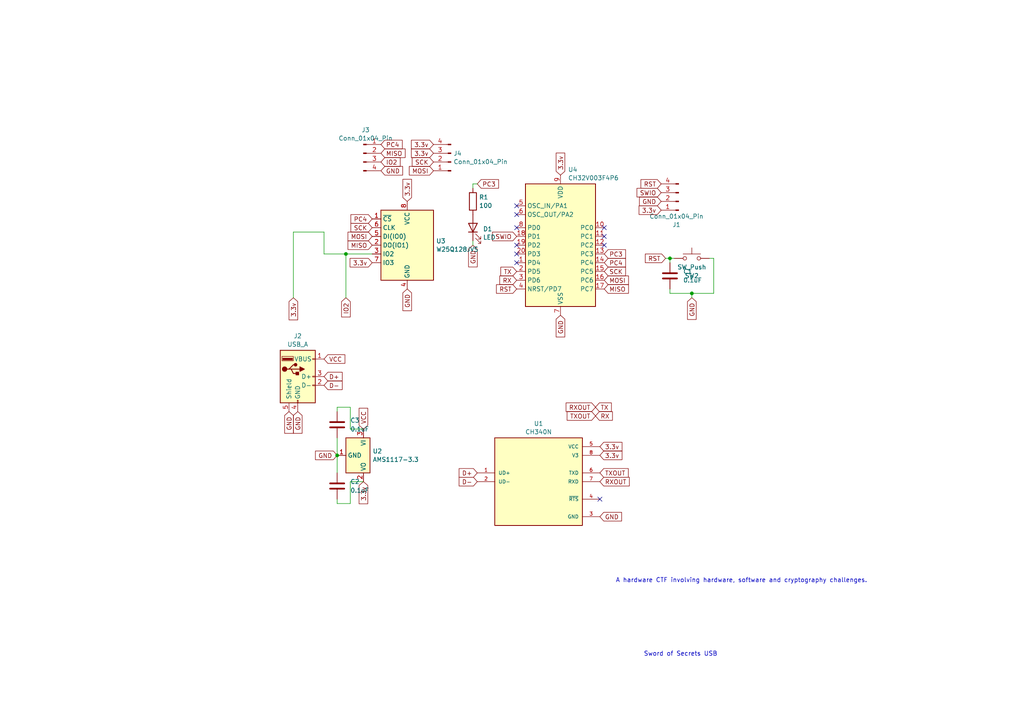
<source format=kicad_sch>
(kicad_sch
	(version 20231120)
	(generator "eeschema")
	(generator_version "8.0")
	(uuid "7b0e6896-478b-4ede-9ff6-b6a5f526bf1e")
	(paper "A4")
	(lib_symbols
		(symbol "CH340N:CH340N"
			(pin_names
				(offset 1.016)
			)
			(exclude_from_sim no)
			(in_bom yes)
			(on_board yes)
			(property "Reference" "U"
				(at -12.7 13.208 0)
				(effects
					(font
						(size 1.27 1.27)
					)
					(justify left bottom)
				)
			)
			(property "Value" "CH340N"
				(at -12.7 -15.24 0)
				(effects
					(font
						(size 1.27 1.27)
					)
					(justify left bottom)
				)
			)
			(property "Footprint" "CH340N:SOIC127P600X160-8N"
				(at 0 0 0)
				(effects
					(font
						(size 1.27 1.27)
					)
					(justify bottom)
					(hide yes)
				)
			)
			(property "Datasheet" ""
				(at 0 0 0)
				(effects
					(font
						(size 1.27 1.27)
					)
					(hide yes)
				)
			)
			(property "Description" ""
				(at 0 0 0)
				(effects
					(font
						(size 1.27 1.27)
					)
					(hide yes)
				)
			)
			(property "MF" "WCH"
				(at 0 0 0)
				(effects
					(font
						(size 1.27 1.27)
					)
					(justify bottom)
					(hide yes)
				)
			)
			(property "MAXIMUM_PACKAGE_HEIGHT" "1.6mm"
				(at 0 0 0)
				(effects
					(font
						(size 1.27 1.27)
					)
					(justify bottom)
					(hide yes)
				)
			)
			(property "Package" "Package"
				(at 0 0 0)
				(effects
					(font
						(size 1.27 1.27)
					)
					(justify bottom)
					(hide yes)
				)
			)
			(property "Price" "None"
				(at 0 0 0)
				(effects
					(font
						(size 1.27 1.27)
					)
					(justify bottom)
					(hide yes)
				)
			)
			(property "Check_prices" "https://www.snapeda.com/parts/CH340N/WCH/view-part/?ref=eda"
				(at 0 0 0)
				(effects
					(font
						(size 1.27 1.27)
					)
					(justify bottom)
					(hide yes)
				)
			)
			(property "STANDARD" "IPC 7351B"
				(at 0 0 0)
				(effects
					(font
						(size 1.27 1.27)
					)
					(justify bottom)
					(hide yes)
				)
			)
			(property "PARTREV" "V3C"
				(at 0 0 0)
				(effects
					(font
						(size 1.27 1.27)
					)
					(justify bottom)
					(hide yes)
				)
			)
			(property "SnapEDA_Link" "https://www.snapeda.com/parts/CH340N/WCH/view-part/?ref=snap"
				(at 0 0 0)
				(effects
					(font
						(size 1.27 1.27)
					)
					(justify bottom)
					(hide yes)
				)
			)
			(property "MP" "CH340N"
				(at 0 0 0)
				(effects
					(font
						(size 1.27 1.27)
					)
					(justify bottom)
					(hide yes)
				)
			)
			(property "Description_1" "\n                        \n                            USB to Serial Port Chip\n                        \n"
				(at 0 0 0)
				(effects
					(font
						(size 1.27 1.27)
					)
					(justify bottom)
					(hide yes)
				)
			)
			(property "Availability" "Not in stock"
				(at 0 0 0)
				(effects
					(font
						(size 1.27 1.27)
					)
					(justify bottom)
					(hide yes)
				)
			)
			(property "MANUFACTURER" "WCH"
				(at 0 0 0)
				(effects
					(font
						(size 1.27 1.27)
					)
					(justify bottom)
					(hide yes)
				)
			)
			(symbol "CH340N_0_0"
				(rectangle
					(start -12.7 -12.7)
					(end 12.7 12.7)
					(stroke
						(width 0.254)
						(type default)
					)
					(fill
						(type background)
					)
				)
				(pin bidirectional line
					(at -17.78 2.54 0)
					(length 5.08)
					(name "UD+"
						(effects
							(font
								(size 1.016 1.016)
							)
						)
					)
					(number "1"
						(effects
							(font
								(size 1.016 1.016)
							)
						)
					)
				)
				(pin bidirectional line
					(at -17.78 0 0)
					(length 5.08)
					(name "UD-"
						(effects
							(font
								(size 1.016 1.016)
							)
						)
					)
					(number "2"
						(effects
							(font
								(size 1.016 1.016)
							)
						)
					)
				)
				(pin power_in line
					(at 17.78 -10.16 180)
					(length 5.08)
					(name "GND"
						(effects
							(font
								(size 1.016 1.016)
							)
						)
					)
					(number "3"
						(effects
							(font
								(size 1.016 1.016)
							)
						)
					)
				)
				(pin output line
					(at 17.78 -5.08 180)
					(length 5.08)
					(name "~{RTS}"
						(effects
							(font
								(size 1.016 1.016)
							)
						)
					)
					(number "4"
						(effects
							(font
								(size 1.016 1.016)
							)
						)
					)
				)
				(pin power_in line
					(at 17.78 10.16 180)
					(length 5.08)
					(name "VCC"
						(effects
							(font
								(size 1.016 1.016)
							)
						)
					)
					(number "5"
						(effects
							(font
								(size 1.016 1.016)
							)
						)
					)
				)
				(pin output line
					(at 17.78 2.54 180)
					(length 5.08)
					(name "TXD"
						(effects
							(font
								(size 1.016 1.016)
							)
						)
					)
					(number "6"
						(effects
							(font
								(size 1.016 1.016)
							)
						)
					)
				)
				(pin input line
					(at 17.78 0 180)
					(length 5.08)
					(name "RXD"
						(effects
							(font
								(size 1.016 1.016)
							)
						)
					)
					(number "7"
						(effects
							(font
								(size 1.016 1.016)
							)
						)
					)
				)
				(pin power_in line
					(at 17.78 7.62 180)
					(length 5.08)
					(name "V3"
						(effects
							(font
								(size 1.016 1.016)
							)
						)
					)
					(number "8"
						(effects
							(font
								(size 1.016 1.016)
							)
						)
					)
				)
			)
		)
		(symbol "Connector:Conn_01x04_Pin"
			(pin_names
				(offset 1.016) hide)
			(exclude_from_sim no)
			(in_bom yes)
			(on_board yes)
			(property "Reference" "J"
				(at 0 5.08 0)
				(effects
					(font
						(size 1.27 1.27)
					)
				)
			)
			(property "Value" "Conn_01x04_Pin"
				(at 0 -7.62 0)
				(effects
					(font
						(size 1.27 1.27)
					)
				)
			)
			(property "Footprint" ""
				(at 0 0 0)
				(effects
					(font
						(size 1.27 1.27)
					)
					(hide yes)
				)
			)
			(property "Datasheet" "~"
				(at 0 0 0)
				(effects
					(font
						(size 1.27 1.27)
					)
					(hide yes)
				)
			)
			(property "Description" "Generic connector, single row, 01x04, script generated"
				(at 0 0 0)
				(effects
					(font
						(size 1.27 1.27)
					)
					(hide yes)
				)
			)
			(property "ki_locked" ""
				(at 0 0 0)
				(effects
					(font
						(size 1.27 1.27)
					)
				)
			)
			(property "ki_keywords" "connector"
				(at 0 0 0)
				(effects
					(font
						(size 1.27 1.27)
					)
					(hide yes)
				)
			)
			(property "ki_fp_filters" "Connector*:*_1x??_*"
				(at 0 0 0)
				(effects
					(font
						(size 1.27 1.27)
					)
					(hide yes)
				)
			)
			(symbol "Conn_01x04_Pin_1_1"
				(polyline
					(pts
						(xy 1.27 -5.08) (xy 0.8636 -5.08)
					)
					(stroke
						(width 0.1524)
						(type default)
					)
					(fill
						(type none)
					)
				)
				(polyline
					(pts
						(xy 1.27 -2.54) (xy 0.8636 -2.54)
					)
					(stroke
						(width 0.1524)
						(type default)
					)
					(fill
						(type none)
					)
				)
				(polyline
					(pts
						(xy 1.27 0) (xy 0.8636 0)
					)
					(stroke
						(width 0.1524)
						(type default)
					)
					(fill
						(type none)
					)
				)
				(polyline
					(pts
						(xy 1.27 2.54) (xy 0.8636 2.54)
					)
					(stroke
						(width 0.1524)
						(type default)
					)
					(fill
						(type none)
					)
				)
				(rectangle
					(start 0.8636 -4.953)
					(end 0 -5.207)
					(stroke
						(width 0.1524)
						(type default)
					)
					(fill
						(type outline)
					)
				)
				(rectangle
					(start 0.8636 -2.413)
					(end 0 -2.667)
					(stroke
						(width 0.1524)
						(type default)
					)
					(fill
						(type outline)
					)
				)
				(rectangle
					(start 0.8636 0.127)
					(end 0 -0.127)
					(stroke
						(width 0.1524)
						(type default)
					)
					(fill
						(type outline)
					)
				)
				(rectangle
					(start 0.8636 2.667)
					(end 0 2.413)
					(stroke
						(width 0.1524)
						(type default)
					)
					(fill
						(type outline)
					)
				)
				(pin passive line
					(at 5.08 2.54 180)
					(length 3.81)
					(name "Pin_1"
						(effects
							(font
								(size 1.27 1.27)
							)
						)
					)
					(number "1"
						(effects
							(font
								(size 1.27 1.27)
							)
						)
					)
				)
				(pin passive line
					(at 5.08 0 180)
					(length 3.81)
					(name "Pin_2"
						(effects
							(font
								(size 1.27 1.27)
							)
						)
					)
					(number "2"
						(effects
							(font
								(size 1.27 1.27)
							)
						)
					)
				)
				(pin passive line
					(at 5.08 -2.54 180)
					(length 3.81)
					(name "Pin_3"
						(effects
							(font
								(size 1.27 1.27)
							)
						)
					)
					(number "3"
						(effects
							(font
								(size 1.27 1.27)
							)
						)
					)
				)
				(pin passive line
					(at 5.08 -5.08 180)
					(length 3.81)
					(name "Pin_4"
						(effects
							(font
								(size 1.27 1.27)
							)
						)
					)
					(number "4"
						(effects
							(font
								(size 1.27 1.27)
							)
						)
					)
				)
			)
		)
		(symbol "Connector:USB_A"
			(pin_names
				(offset 1.016)
			)
			(exclude_from_sim no)
			(in_bom yes)
			(on_board yes)
			(property "Reference" "J"
				(at -5.08 11.43 0)
				(effects
					(font
						(size 1.27 1.27)
					)
					(justify left)
				)
			)
			(property "Value" "USB_A"
				(at -5.08 8.89 0)
				(effects
					(font
						(size 1.27 1.27)
					)
					(justify left)
				)
			)
			(property "Footprint" ""
				(at 3.81 -1.27 0)
				(effects
					(font
						(size 1.27 1.27)
					)
					(hide yes)
				)
			)
			(property "Datasheet" " ~"
				(at 3.81 -1.27 0)
				(effects
					(font
						(size 1.27 1.27)
					)
					(hide yes)
				)
			)
			(property "Description" "USB Type A connector"
				(at 0 0 0)
				(effects
					(font
						(size 1.27 1.27)
					)
					(hide yes)
				)
			)
			(property "ki_keywords" "connector USB"
				(at 0 0 0)
				(effects
					(font
						(size 1.27 1.27)
					)
					(hide yes)
				)
			)
			(property "ki_fp_filters" "USB*"
				(at 0 0 0)
				(effects
					(font
						(size 1.27 1.27)
					)
					(hide yes)
				)
			)
			(symbol "USB_A_0_1"
				(rectangle
					(start -5.08 -7.62)
					(end 5.08 7.62)
					(stroke
						(width 0.254)
						(type default)
					)
					(fill
						(type background)
					)
				)
				(circle
					(center -3.81 2.159)
					(radius 0.635)
					(stroke
						(width 0.254)
						(type default)
					)
					(fill
						(type outline)
					)
				)
				(rectangle
					(start -1.524 4.826)
					(end -4.318 5.334)
					(stroke
						(width 0)
						(type default)
					)
					(fill
						(type outline)
					)
				)
				(rectangle
					(start -1.27 4.572)
					(end -4.572 5.842)
					(stroke
						(width 0)
						(type default)
					)
					(fill
						(type none)
					)
				)
				(circle
					(center -0.635 3.429)
					(radius 0.381)
					(stroke
						(width 0.254)
						(type default)
					)
					(fill
						(type outline)
					)
				)
				(rectangle
					(start -0.127 -7.62)
					(end 0.127 -6.858)
					(stroke
						(width 0)
						(type default)
					)
					(fill
						(type none)
					)
				)
				(polyline
					(pts
						(xy -3.175 2.159) (xy -2.54 2.159) (xy -1.27 3.429) (xy -0.635 3.429)
					)
					(stroke
						(width 0.254)
						(type default)
					)
					(fill
						(type none)
					)
				)
				(polyline
					(pts
						(xy -2.54 2.159) (xy -1.905 2.159) (xy -1.27 0.889) (xy 0 0.889)
					)
					(stroke
						(width 0.254)
						(type default)
					)
					(fill
						(type none)
					)
				)
				(polyline
					(pts
						(xy 0.635 2.794) (xy 0.635 1.524) (xy 1.905 2.159) (xy 0.635 2.794)
					)
					(stroke
						(width 0.254)
						(type default)
					)
					(fill
						(type outline)
					)
				)
				(rectangle
					(start 0.254 1.27)
					(end -0.508 0.508)
					(stroke
						(width 0.254)
						(type default)
					)
					(fill
						(type outline)
					)
				)
				(rectangle
					(start 5.08 -2.667)
					(end 4.318 -2.413)
					(stroke
						(width 0)
						(type default)
					)
					(fill
						(type none)
					)
				)
				(rectangle
					(start 5.08 -0.127)
					(end 4.318 0.127)
					(stroke
						(width 0)
						(type default)
					)
					(fill
						(type none)
					)
				)
				(rectangle
					(start 5.08 4.953)
					(end 4.318 5.207)
					(stroke
						(width 0)
						(type default)
					)
					(fill
						(type none)
					)
				)
			)
			(symbol "USB_A_1_1"
				(polyline
					(pts
						(xy -1.905 2.159) (xy 0.635 2.159)
					)
					(stroke
						(width 0.254)
						(type default)
					)
					(fill
						(type none)
					)
				)
				(pin power_in line
					(at 7.62 5.08 180)
					(length 2.54)
					(name "VBUS"
						(effects
							(font
								(size 1.27 1.27)
							)
						)
					)
					(number "1"
						(effects
							(font
								(size 1.27 1.27)
							)
						)
					)
				)
				(pin bidirectional line
					(at 7.62 -2.54 180)
					(length 2.54)
					(name "D-"
						(effects
							(font
								(size 1.27 1.27)
							)
						)
					)
					(number "2"
						(effects
							(font
								(size 1.27 1.27)
							)
						)
					)
				)
				(pin bidirectional line
					(at 7.62 0 180)
					(length 2.54)
					(name "D+"
						(effects
							(font
								(size 1.27 1.27)
							)
						)
					)
					(number "3"
						(effects
							(font
								(size 1.27 1.27)
							)
						)
					)
				)
				(pin power_in line
					(at 0 -10.16 90)
					(length 2.54)
					(name "GND"
						(effects
							(font
								(size 1.27 1.27)
							)
						)
					)
					(number "4"
						(effects
							(font
								(size 1.27 1.27)
							)
						)
					)
				)
				(pin passive line
					(at -2.54 -10.16 90)
					(length 2.54)
					(name "Shield"
						(effects
							(font
								(size 1.27 1.27)
							)
						)
					)
					(number "5"
						(effects
							(font
								(size 1.27 1.27)
							)
						)
					)
				)
			)
		)
		(symbol "Device:C"
			(pin_numbers hide)
			(pin_names
				(offset 0.254)
			)
			(exclude_from_sim no)
			(in_bom yes)
			(on_board yes)
			(property "Reference" "C"
				(at 0.635 2.54 0)
				(effects
					(font
						(size 1.27 1.27)
					)
					(justify left)
				)
			)
			(property "Value" "C"
				(at 0.635 -2.54 0)
				(effects
					(font
						(size 1.27 1.27)
					)
					(justify left)
				)
			)
			(property "Footprint" ""
				(at 0.9652 -3.81 0)
				(effects
					(font
						(size 1.27 1.27)
					)
					(hide yes)
				)
			)
			(property "Datasheet" "~"
				(at 0 0 0)
				(effects
					(font
						(size 1.27 1.27)
					)
					(hide yes)
				)
			)
			(property "Description" "Unpolarized capacitor"
				(at 0 0 0)
				(effects
					(font
						(size 1.27 1.27)
					)
					(hide yes)
				)
			)
			(property "ki_keywords" "cap capacitor"
				(at 0 0 0)
				(effects
					(font
						(size 1.27 1.27)
					)
					(hide yes)
				)
			)
			(property "ki_fp_filters" "C_*"
				(at 0 0 0)
				(effects
					(font
						(size 1.27 1.27)
					)
					(hide yes)
				)
			)
			(symbol "C_0_1"
				(polyline
					(pts
						(xy -2.032 -0.762) (xy 2.032 -0.762)
					)
					(stroke
						(width 0.508)
						(type default)
					)
					(fill
						(type none)
					)
				)
				(polyline
					(pts
						(xy -2.032 0.762) (xy 2.032 0.762)
					)
					(stroke
						(width 0.508)
						(type default)
					)
					(fill
						(type none)
					)
				)
			)
			(symbol "C_1_1"
				(pin passive line
					(at 0 3.81 270)
					(length 2.794)
					(name "~"
						(effects
							(font
								(size 1.27 1.27)
							)
						)
					)
					(number "1"
						(effects
							(font
								(size 1.27 1.27)
							)
						)
					)
				)
				(pin passive line
					(at 0 -3.81 90)
					(length 2.794)
					(name "~"
						(effects
							(font
								(size 1.27 1.27)
							)
						)
					)
					(number "2"
						(effects
							(font
								(size 1.27 1.27)
							)
						)
					)
				)
			)
		)
		(symbol "Device:LED"
			(pin_numbers hide)
			(pin_names
				(offset 1.016) hide)
			(exclude_from_sim no)
			(in_bom yes)
			(on_board yes)
			(property "Reference" "D"
				(at 0 2.54 0)
				(effects
					(font
						(size 1.27 1.27)
					)
				)
			)
			(property "Value" "LED"
				(at 0 -2.54 0)
				(effects
					(font
						(size 1.27 1.27)
					)
				)
			)
			(property "Footprint" ""
				(at 0 0 0)
				(effects
					(font
						(size 1.27 1.27)
					)
					(hide yes)
				)
			)
			(property "Datasheet" "~"
				(at 0 0 0)
				(effects
					(font
						(size 1.27 1.27)
					)
					(hide yes)
				)
			)
			(property "Description" "Light emitting diode"
				(at 0 0 0)
				(effects
					(font
						(size 1.27 1.27)
					)
					(hide yes)
				)
			)
			(property "ki_keywords" "LED diode"
				(at 0 0 0)
				(effects
					(font
						(size 1.27 1.27)
					)
					(hide yes)
				)
			)
			(property "ki_fp_filters" "LED* LED_SMD:* LED_THT:*"
				(at 0 0 0)
				(effects
					(font
						(size 1.27 1.27)
					)
					(hide yes)
				)
			)
			(symbol "LED_0_1"
				(polyline
					(pts
						(xy -1.27 -1.27) (xy -1.27 1.27)
					)
					(stroke
						(width 0.254)
						(type default)
					)
					(fill
						(type none)
					)
				)
				(polyline
					(pts
						(xy -1.27 0) (xy 1.27 0)
					)
					(stroke
						(width 0)
						(type default)
					)
					(fill
						(type none)
					)
				)
				(polyline
					(pts
						(xy 1.27 -1.27) (xy 1.27 1.27) (xy -1.27 0) (xy 1.27 -1.27)
					)
					(stroke
						(width 0.254)
						(type default)
					)
					(fill
						(type none)
					)
				)
				(polyline
					(pts
						(xy -3.048 -0.762) (xy -4.572 -2.286) (xy -3.81 -2.286) (xy -4.572 -2.286) (xy -4.572 -1.524)
					)
					(stroke
						(width 0)
						(type default)
					)
					(fill
						(type none)
					)
				)
				(polyline
					(pts
						(xy -1.778 -0.762) (xy -3.302 -2.286) (xy -2.54 -2.286) (xy -3.302 -2.286) (xy -3.302 -1.524)
					)
					(stroke
						(width 0)
						(type default)
					)
					(fill
						(type none)
					)
				)
			)
			(symbol "LED_1_1"
				(pin passive line
					(at -3.81 0 0)
					(length 2.54)
					(name "K"
						(effects
							(font
								(size 1.27 1.27)
							)
						)
					)
					(number "1"
						(effects
							(font
								(size 1.27 1.27)
							)
						)
					)
				)
				(pin passive line
					(at 3.81 0 180)
					(length 2.54)
					(name "A"
						(effects
							(font
								(size 1.27 1.27)
							)
						)
					)
					(number "2"
						(effects
							(font
								(size 1.27 1.27)
							)
						)
					)
				)
			)
		)
		(symbol "Device:R"
			(pin_numbers hide)
			(pin_names
				(offset 0)
			)
			(exclude_from_sim no)
			(in_bom yes)
			(on_board yes)
			(property "Reference" "R"
				(at 2.032 0 90)
				(effects
					(font
						(size 1.27 1.27)
					)
				)
			)
			(property "Value" "R"
				(at 0 0 90)
				(effects
					(font
						(size 1.27 1.27)
					)
				)
			)
			(property "Footprint" ""
				(at -1.778 0 90)
				(effects
					(font
						(size 1.27 1.27)
					)
					(hide yes)
				)
			)
			(property "Datasheet" "~"
				(at 0 0 0)
				(effects
					(font
						(size 1.27 1.27)
					)
					(hide yes)
				)
			)
			(property "Description" "Resistor"
				(at 0 0 0)
				(effects
					(font
						(size 1.27 1.27)
					)
					(hide yes)
				)
			)
			(property "ki_keywords" "R res resistor"
				(at 0 0 0)
				(effects
					(font
						(size 1.27 1.27)
					)
					(hide yes)
				)
			)
			(property "ki_fp_filters" "R_*"
				(at 0 0 0)
				(effects
					(font
						(size 1.27 1.27)
					)
					(hide yes)
				)
			)
			(symbol "R_0_1"
				(rectangle
					(start -1.016 -2.54)
					(end 1.016 2.54)
					(stroke
						(width 0.254)
						(type default)
					)
					(fill
						(type none)
					)
				)
			)
			(symbol "R_1_1"
				(pin passive line
					(at 0 3.81 270)
					(length 1.27)
					(name "~"
						(effects
							(font
								(size 1.27 1.27)
							)
						)
					)
					(number "1"
						(effects
							(font
								(size 1.27 1.27)
							)
						)
					)
				)
				(pin passive line
					(at 0 -3.81 90)
					(length 1.27)
					(name "~"
						(effects
							(font
								(size 1.27 1.27)
							)
						)
					)
					(number "2"
						(effects
							(font
								(size 1.27 1.27)
							)
						)
					)
				)
			)
		)
		(symbol "Memory_Flash:W25Q128JVS"
			(exclude_from_sim no)
			(in_bom yes)
			(on_board yes)
			(property "Reference" "U"
				(at -8.89 8.89 0)
				(effects
					(font
						(size 1.27 1.27)
					)
				)
			)
			(property "Value" "W25Q128JVS"
				(at 7.62 8.89 0)
				(effects
					(font
						(size 1.27 1.27)
					)
				)
			)
			(property "Footprint" "Package_SO:SOIC-8_5.23x5.23mm_P1.27mm"
				(at 0 0 0)
				(effects
					(font
						(size 1.27 1.27)
					)
					(hide yes)
				)
			)
			(property "Datasheet" "http://www.winbond.com/resource-files/w25q128jv_dtr%20revc%2003272018%20plus.pdf"
				(at 0 0 0)
				(effects
					(font
						(size 1.27 1.27)
					)
					(hide yes)
				)
			)
			(property "Description" "128Mb Serial Flash Memory, Standard/Dual/Quad SPI, SOIC-8"
				(at 0 0 0)
				(effects
					(font
						(size 1.27 1.27)
					)
					(hide yes)
				)
			)
			(property "ki_keywords" "flash memory SPI QPI DTR"
				(at 0 0 0)
				(effects
					(font
						(size 1.27 1.27)
					)
					(hide yes)
				)
			)
			(property "ki_fp_filters" "SOIC*5.23x5.23mm*P1.27mm*"
				(at 0 0 0)
				(effects
					(font
						(size 1.27 1.27)
					)
					(hide yes)
				)
			)
			(symbol "W25Q128JVS_0_1"
				(rectangle
					(start -7.62 10.16)
					(end 7.62 -10.16)
					(stroke
						(width 0.254)
						(type default)
					)
					(fill
						(type background)
					)
				)
			)
			(symbol "W25Q128JVS_1_1"
				(pin input line
					(at -10.16 7.62 0)
					(length 2.54)
					(name "~{CS}"
						(effects
							(font
								(size 1.27 1.27)
							)
						)
					)
					(number "1"
						(effects
							(font
								(size 1.27 1.27)
							)
						)
					)
				)
				(pin bidirectional line
					(at -10.16 0 0)
					(length 2.54)
					(name "DO(IO1)"
						(effects
							(font
								(size 1.27 1.27)
							)
						)
					)
					(number "2"
						(effects
							(font
								(size 1.27 1.27)
							)
						)
					)
				)
				(pin bidirectional line
					(at -10.16 -2.54 0)
					(length 2.54)
					(name "IO2"
						(effects
							(font
								(size 1.27 1.27)
							)
						)
					)
					(number "3"
						(effects
							(font
								(size 1.27 1.27)
							)
						)
					)
				)
				(pin power_in line
					(at 0 -12.7 90)
					(length 2.54)
					(name "GND"
						(effects
							(font
								(size 1.27 1.27)
							)
						)
					)
					(number "4"
						(effects
							(font
								(size 1.27 1.27)
							)
						)
					)
				)
				(pin bidirectional line
					(at -10.16 2.54 0)
					(length 2.54)
					(name "DI(IO0)"
						(effects
							(font
								(size 1.27 1.27)
							)
						)
					)
					(number "5"
						(effects
							(font
								(size 1.27 1.27)
							)
						)
					)
				)
				(pin input line
					(at -10.16 5.08 0)
					(length 2.54)
					(name "CLK"
						(effects
							(font
								(size 1.27 1.27)
							)
						)
					)
					(number "6"
						(effects
							(font
								(size 1.27 1.27)
							)
						)
					)
				)
				(pin bidirectional line
					(at -10.16 -5.08 0)
					(length 2.54)
					(name "IO3"
						(effects
							(font
								(size 1.27 1.27)
							)
						)
					)
					(number "7"
						(effects
							(font
								(size 1.27 1.27)
							)
						)
					)
				)
				(pin power_in line
					(at 0 12.7 270)
					(length 2.54)
					(name "VCC"
						(effects
							(font
								(size 1.27 1.27)
							)
						)
					)
					(number "8"
						(effects
							(font
								(size 1.27 1.27)
							)
						)
					)
				)
			)
		)
		(symbol "Regulator_Linear:AMS1117-3.3"
			(exclude_from_sim no)
			(in_bom yes)
			(on_board yes)
			(property "Reference" "U"
				(at -3.81 3.175 0)
				(effects
					(font
						(size 1.27 1.27)
					)
				)
			)
			(property "Value" "AMS1117-3.3"
				(at 0 3.175 0)
				(effects
					(font
						(size 1.27 1.27)
					)
					(justify left)
				)
			)
			(property "Footprint" "Package_TO_SOT_SMD:SOT-223-3_TabPin2"
				(at 0 5.08 0)
				(effects
					(font
						(size 1.27 1.27)
					)
					(hide yes)
				)
			)
			(property "Datasheet" "http://www.advanced-monolithic.com/pdf/ds1117.pdf"
				(at 2.54 -6.35 0)
				(effects
					(font
						(size 1.27 1.27)
					)
					(hide yes)
				)
			)
			(property "Description" "1A Low Dropout regulator, positive, 3.3V fixed output, SOT-223"
				(at 0 0 0)
				(effects
					(font
						(size 1.27 1.27)
					)
					(hide yes)
				)
			)
			(property "ki_keywords" "linear regulator ldo fixed positive"
				(at 0 0 0)
				(effects
					(font
						(size 1.27 1.27)
					)
					(hide yes)
				)
			)
			(property "ki_fp_filters" "SOT?223*TabPin2*"
				(at 0 0 0)
				(effects
					(font
						(size 1.27 1.27)
					)
					(hide yes)
				)
			)
			(symbol "AMS1117-3.3_0_1"
				(rectangle
					(start -5.08 -5.08)
					(end 5.08 1.905)
					(stroke
						(width 0.254)
						(type default)
					)
					(fill
						(type background)
					)
				)
			)
			(symbol "AMS1117-3.3_1_1"
				(pin power_in line
					(at 0 -7.62 90)
					(length 2.54)
					(name "GND"
						(effects
							(font
								(size 1.27 1.27)
							)
						)
					)
					(number "1"
						(effects
							(font
								(size 1.27 1.27)
							)
						)
					)
				)
				(pin power_out line
					(at 7.62 0 180)
					(length 2.54)
					(name "VO"
						(effects
							(font
								(size 1.27 1.27)
							)
						)
					)
					(number "2"
						(effects
							(font
								(size 1.27 1.27)
							)
						)
					)
				)
				(pin power_in line
					(at -7.62 0 0)
					(length 2.54)
					(name "VI"
						(effects
							(font
								(size 1.27 1.27)
							)
						)
					)
					(number "3"
						(effects
							(font
								(size 1.27 1.27)
							)
						)
					)
				)
			)
		)
		(symbol "Switch:SW_Push"
			(pin_numbers hide)
			(pin_names
				(offset 1.016) hide)
			(exclude_from_sim no)
			(in_bom yes)
			(on_board yes)
			(property "Reference" "SW"
				(at 1.27 2.54 0)
				(effects
					(font
						(size 1.27 1.27)
					)
					(justify left)
				)
			)
			(property "Value" "SW_Push"
				(at 0 -1.524 0)
				(effects
					(font
						(size 1.27 1.27)
					)
				)
			)
			(property "Footprint" ""
				(at 0 5.08 0)
				(effects
					(font
						(size 1.27 1.27)
					)
					(hide yes)
				)
			)
			(property "Datasheet" "~"
				(at 0 5.08 0)
				(effects
					(font
						(size 1.27 1.27)
					)
					(hide yes)
				)
			)
			(property "Description" "Push button switch, generic, two pins"
				(at 0 0 0)
				(effects
					(font
						(size 1.27 1.27)
					)
					(hide yes)
				)
			)
			(property "ki_keywords" "switch normally-open pushbutton push-button"
				(at 0 0 0)
				(effects
					(font
						(size 1.27 1.27)
					)
					(hide yes)
				)
			)
			(symbol "SW_Push_0_1"
				(circle
					(center -2.032 0)
					(radius 0.508)
					(stroke
						(width 0)
						(type default)
					)
					(fill
						(type none)
					)
				)
				(polyline
					(pts
						(xy 0 1.27) (xy 0 3.048)
					)
					(stroke
						(width 0)
						(type default)
					)
					(fill
						(type none)
					)
				)
				(polyline
					(pts
						(xy 2.54 1.27) (xy -2.54 1.27)
					)
					(stroke
						(width 0)
						(type default)
					)
					(fill
						(type none)
					)
				)
				(circle
					(center 2.032 0)
					(radius 0.508)
					(stroke
						(width 0)
						(type default)
					)
					(fill
						(type none)
					)
				)
				(pin passive line
					(at -5.08 0 0)
					(length 2.54)
					(name "1"
						(effects
							(font
								(size 1.27 1.27)
							)
						)
					)
					(number "1"
						(effects
							(font
								(size 1.27 1.27)
							)
						)
					)
				)
				(pin passive line
					(at 5.08 0 180)
					(length 2.54)
					(name "2"
						(effects
							(font
								(size 1.27 1.27)
							)
						)
					)
					(number "2"
						(effects
							(font
								(size 1.27 1.27)
							)
						)
					)
				)
			)
		)
		(symbol "wch_mcu:CH32V003F4P6"
			(exclude_from_sim no)
			(in_bom yes)
			(on_board yes)
			(property "Reference" "U"
				(at 15.24 -24.13 0)
				(effects
					(font
						(size 1.27 1.27)
					)
				)
			)
			(property "Value" "CH32V003F4P6"
				(at 16.51 -21.59 0)
				(effects
					(font
						(size 1.27 1.27)
					)
				)
			)
			(property "Footprint" "Package_SO:SOP-16_3.9x9.9mm_P1.27mm"
				(at 2.54 -30.48 0)
				(effects
					(font
						(size 1.27 1.27)
					)
					(hide yes)
				)
			)
			(property "Datasheet" "http://www.wch-ic.com/downloads/CH32V003DS0_PDF.html"
				(at 5.08 -34.29 0)
				(effects
					(font
						(size 1.27 1.27)
					)
					(hide yes)
				)
			)
			(property "Description" ""
				(at 0 0 0)
				(effects
					(font
						(size 1.27 1.27)
					)
					(hide yes)
				)
			)
			(symbol "CH32V003F4P6_0_1"
				(rectangle
					(start -10.16 17.78)
					(end 10.16 -17.78)
					(stroke
						(width 0.254)
						(type default)
					)
					(fill
						(type background)
					)
				)
			)
			(symbol "CH32V003F4P6_1_1"
				(pin bidirectional line
					(at -12.7 -5.08 0)
					(length 2.54)
					(name "PD4"
						(effects
							(font
								(size 1.27 1.27)
							)
						)
					)
					(number "1"
						(effects
							(font
								(size 1.27 1.27)
							)
						)
					)
				)
				(pin bidirectional line
					(at 12.7 5.08 180)
					(length 2.54)
					(name "PC0"
						(effects
							(font
								(size 1.27 1.27)
							)
						)
					)
					(number "10"
						(effects
							(font
								(size 1.27 1.27)
							)
						)
					)
				)
				(pin bidirectional line
					(at 12.7 2.54 180)
					(length 2.54)
					(name "PC1"
						(effects
							(font
								(size 1.27 1.27)
							)
						)
					)
					(number "11"
						(effects
							(font
								(size 1.27 1.27)
							)
						)
					)
				)
				(pin bidirectional line
					(at 12.7 0 180)
					(length 2.54)
					(name "PC2"
						(effects
							(font
								(size 1.27 1.27)
							)
						)
					)
					(number "12"
						(effects
							(font
								(size 1.27 1.27)
							)
						)
					)
				)
				(pin bidirectional line
					(at 12.7 -2.54 180)
					(length 2.54)
					(name "PC3"
						(effects
							(font
								(size 1.27 1.27)
							)
						)
					)
					(number "13"
						(effects
							(font
								(size 1.27 1.27)
							)
						)
					)
				)
				(pin bidirectional line
					(at 12.7 -5.08 180)
					(length 2.54)
					(name "PC4"
						(effects
							(font
								(size 1.27 1.27)
							)
						)
					)
					(number "14"
						(effects
							(font
								(size 1.27 1.27)
							)
						)
					)
				)
				(pin bidirectional line
					(at 12.7 -7.62 180)
					(length 2.54)
					(name "PC5"
						(effects
							(font
								(size 1.27 1.27)
							)
						)
					)
					(number "15"
						(effects
							(font
								(size 1.27 1.27)
							)
						)
					)
				)
				(pin bidirectional line
					(at 12.7 -10.16 180)
					(length 2.54)
					(name "PC6"
						(effects
							(font
								(size 1.27 1.27)
							)
						)
					)
					(number "16"
						(effects
							(font
								(size 1.27 1.27)
							)
						)
					)
				)
				(pin bidirectional line
					(at 12.7 -12.7 180)
					(length 2.54)
					(name "PC7"
						(effects
							(font
								(size 1.27 1.27)
							)
						)
					)
					(number "17"
						(effects
							(font
								(size 1.27 1.27)
							)
						)
					)
				)
				(pin bidirectional line
					(at -12.7 2.54 0)
					(length 2.54)
					(name "PD1"
						(effects
							(font
								(size 1.27 1.27)
							)
						)
					)
					(number "18"
						(effects
							(font
								(size 1.27 1.27)
							)
						)
					)
				)
				(pin bidirectional line
					(at -12.7 0 0)
					(length 2.54)
					(name "PD2"
						(effects
							(font
								(size 1.27 1.27)
							)
						)
					)
					(number "19"
						(effects
							(font
								(size 1.27 1.27)
							)
						)
					)
				)
				(pin bidirectional line
					(at -12.7 -7.62 0)
					(length 2.54)
					(name "PD5"
						(effects
							(font
								(size 1.27 1.27)
							)
						)
					)
					(number "2"
						(effects
							(font
								(size 1.27 1.27)
							)
						)
					)
				)
				(pin bidirectional line
					(at -12.7 -2.54 0)
					(length 2.54)
					(name "PD3"
						(effects
							(font
								(size 1.27 1.27)
							)
						)
					)
					(number "20"
						(effects
							(font
								(size 1.27 1.27)
							)
						)
					)
				)
				(pin bidirectional line
					(at -12.7 -10.16 0)
					(length 2.54)
					(name "PD6"
						(effects
							(font
								(size 1.27 1.27)
							)
						)
					)
					(number "3"
						(effects
							(font
								(size 1.27 1.27)
							)
						)
					)
				)
				(pin input line
					(at -12.7 -12.7 0)
					(length 2.54)
					(name "NRST/PD7"
						(effects
							(font
								(size 1.27 1.27)
							)
						)
					)
					(number "4"
						(effects
							(font
								(size 1.27 1.27)
							)
						)
					)
				)
				(pin input line
					(at -12.7 11.43 0)
					(length 2.54)
					(name "OSC_IN/PA1"
						(effects
							(font
								(size 1.27 1.27)
							)
						)
					)
					(number "5"
						(effects
							(font
								(size 1.27 1.27)
							)
						)
					)
				)
				(pin input line
					(at -12.7 8.89 0)
					(length 2.54)
					(name "OSC_OUT/PA2"
						(effects
							(font
								(size 1.27 1.27)
							)
						)
					)
					(number "6"
						(effects
							(font
								(size 1.27 1.27)
							)
						)
					)
				)
				(pin power_in line
					(at 0 -20.32 90)
					(length 2.54)
					(name "VSS"
						(effects
							(font
								(size 1.27 1.27)
							)
						)
					)
					(number "7"
						(effects
							(font
								(size 1.27 1.27)
							)
						)
					)
				)
				(pin bidirectional line
					(at -12.7 5.08 0)
					(length 2.54)
					(name "PD0"
						(effects
							(font
								(size 1.27 1.27)
							)
						)
					)
					(number "8"
						(effects
							(font
								(size 1.27 1.27)
							)
						)
					)
				)
				(pin power_in line
					(at 0 20.32 270)
					(length 2.54)
					(name "VDD"
						(effects
							(font
								(size 1.27 1.27)
							)
						)
					)
					(number "9"
						(effects
							(font
								(size 1.27 1.27)
							)
						)
					)
				)
			)
		)
	)
	(junction
		(at 97.79 132.08)
		(diameter 0)
		(color 0 0 0 0)
		(uuid "255dfbcd-762f-4cd0-9982-0afe262aaf55")
	)
	(junction
		(at 194.31 74.93)
		(diameter 0)
		(color 0 0 0 0)
		(uuid "7a66db2d-bf1e-4b34-9bc0-c4488555ecdc")
	)
	(junction
		(at 200.66 85.09)
		(diameter 0)
		(color 0 0 0 0)
		(uuid "bc50f072-8513-409e-b662-76210dfbed5b")
	)
	(junction
		(at 100.33 73.66)
		(diameter 0)
		(color 0 0 0 0)
		(uuid "c6a6b6ab-64ff-4795-844f-afcf0e370c9f")
	)
	(no_connect
		(at 149.86 71.12)
		(uuid "08f0bad3-4ea7-491a-84dd-8fd69c986546")
	)
	(no_connect
		(at 175.26 71.12)
		(uuid "0c57d393-ab03-463d-ac6e-8d585ed3488c")
	)
	(no_connect
		(at 175.26 66.04)
		(uuid "42c2833f-52c6-4ccc-b0bd-27eabfa00c81")
	)
	(no_connect
		(at 175.26 68.58)
		(uuid "8ce51326-4b0b-4c34-8966-10dd6c17cd4f")
	)
	(no_connect
		(at 149.86 59.69)
		(uuid "9952feab-12e1-4110-859b-560b6d5ad870")
	)
	(no_connect
		(at 149.86 62.23)
		(uuid "9a1aac51-9383-421d-897e-fd2fdeeff5e2")
	)
	(no_connect
		(at 173.99 144.78)
		(uuid "bc1cec5f-2113-4583-9895-b7048a63fd5e")
	)
	(no_connect
		(at 149.86 66.04)
		(uuid "c9499a14-0844-493e-bdd7-607263c7121c")
	)
	(no_connect
		(at 149.86 76.2)
		(uuid "cfb2c9f6-7a61-4ed6-953e-780c6a948bbf")
	)
	(no_connect
		(at 149.86 73.66)
		(uuid "f67e0e85-336c-4b7a-ab70-1ccb5fe855e7")
	)
	(wire
		(pts
			(xy 97.79 146.05) (xy 97.79 144.78)
		)
		(stroke
			(width 0)
			(type default)
		)
		(uuid "086a896b-c977-40bb-be2c-6079119c2f8f")
	)
	(wire
		(pts
			(xy 137.16 69.85) (xy 137.16 71.12)
		)
		(stroke
			(width 0)
			(type default)
		)
		(uuid "09ad9f15-6716-4ead-b6bd-e9cdd5b974ab")
	)
	(wire
		(pts
			(xy 97.79 127) (xy 97.79 132.08)
		)
		(stroke
			(width 0)
			(type default)
		)
		(uuid "0b4ff6d0-f481-44ae-bab2-6ff51a35060b")
	)
	(wire
		(pts
			(xy 194.31 74.93) (xy 194.31 76.2)
		)
		(stroke
			(width 0)
			(type default)
		)
		(uuid "112af77a-6676-4140-a30a-aaa1bc2971d9")
	)
	(wire
		(pts
			(xy 100.33 73.66) (xy 107.95 73.66)
		)
		(stroke
			(width 0)
			(type default)
		)
		(uuid "1360b134-f340-4ffa-b2a3-9a0c4ee47c7d")
	)
	(wire
		(pts
			(xy 93.98 73.66) (xy 100.33 73.66)
		)
		(stroke
			(width 0)
			(type default)
		)
		(uuid "1edc5284-39f1-4c60-ab03-7fa0ab237f4b")
	)
	(wire
		(pts
			(xy 97.79 118.11) (xy 97.79 119.38)
		)
		(stroke
			(width 0)
			(type default)
		)
		(uuid "22a13cde-90d9-4793-ae88-db6da2a6f5ae")
	)
	(wire
		(pts
			(xy 137.16 53.34) (xy 137.16 54.61)
		)
		(stroke
			(width 0)
			(type default)
		)
		(uuid "2712ae73-2280-41c5-bbb5-9890e47e24ab")
	)
	(wire
		(pts
			(xy 205.74 74.93) (xy 207.01 74.93)
		)
		(stroke
			(width 0)
			(type default)
		)
		(uuid "273532ff-7f38-43c3-b4b0-64e2077b0c70")
	)
	(wire
		(pts
			(xy 101.6 118.11) (xy 97.79 118.11)
		)
		(stroke
			(width 0)
			(type default)
		)
		(uuid "403b656b-63bc-47f1-8d0a-9efec7617c65")
	)
	(wire
		(pts
			(xy 207.01 74.93) (xy 207.01 85.09)
		)
		(stroke
			(width 0)
			(type default)
		)
		(uuid "5bfb2986-d735-48e1-a126-421691576e7a")
	)
	(wire
		(pts
			(xy 93.98 67.31) (xy 93.98 73.66)
		)
		(stroke
			(width 0)
			(type default)
		)
		(uuid "5c6f9175-8895-4c50-9cdf-45c48ac7d95f")
	)
	(wire
		(pts
			(xy 193.04 74.93) (xy 194.31 74.93)
		)
		(stroke
			(width 0)
			(type default)
		)
		(uuid "5f631d14-98fb-4562-b001-5e8af977ec04")
	)
	(wire
		(pts
			(xy 194.31 85.09) (xy 200.66 85.09)
		)
		(stroke
			(width 0)
			(type default)
		)
		(uuid "7a9bb2e8-f185-414d-8d5a-11a313ffb339")
	)
	(wire
		(pts
			(xy 194.31 74.93) (xy 195.58 74.93)
		)
		(stroke
			(width 0)
			(type default)
		)
		(uuid "806b0bf6-fb5d-4e92-a23c-9e3721042add")
	)
	(wire
		(pts
			(xy 200.66 85.09) (xy 200.66 86.36)
		)
		(stroke
			(width 0)
			(type default)
		)
		(uuid "868430ee-269d-47c2-b511-5206448e8d56")
	)
	(wire
		(pts
			(xy 101.6 139.7) (xy 101.6 146.05)
		)
		(stroke
			(width 0)
			(type default)
		)
		(uuid "8791e382-2659-4a2f-8922-4bff7c61d9ca")
	)
	(wire
		(pts
			(xy 85.09 67.31) (xy 85.09 86.36)
		)
		(stroke
			(width 0)
			(type default)
		)
		(uuid "894e37c6-7003-46a3-9bea-2d8fc3e479ae")
	)
	(wire
		(pts
			(xy 105.41 124.46) (xy 101.6 124.46)
		)
		(stroke
			(width 0)
			(type default)
		)
		(uuid "9a8003c1-1770-4961-bdbd-700085c18f3d")
	)
	(wire
		(pts
			(xy 100.33 73.66) (xy 100.33 86.36)
		)
		(stroke
			(width 0)
			(type default)
		)
		(uuid "9e878fe8-0a54-4acd-8e0e-1bcf9f04a85f")
	)
	(wire
		(pts
			(xy 97.79 132.08) (xy 97.79 137.16)
		)
		(stroke
			(width 0)
			(type default)
		)
		(uuid "ac8d1737-294a-42dc-a8c1-2b8dc87d09d9")
	)
	(wire
		(pts
			(xy 101.6 124.46) (xy 101.6 118.11)
		)
		(stroke
			(width 0)
			(type default)
		)
		(uuid "ae7b815f-be46-4db3-bd74-cc4e6339a761")
	)
	(wire
		(pts
			(xy 105.41 139.7) (xy 101.6 139.7)
		)
		(stroke
			(width 0)
			(type default)
		)
		(uuid "b39e78b7-e237-4577-b7a2-dfdeee376d03")
	)
	(wire
		(pts
			(xy 93.98 67.31) (xy 85.09 67.31)
		)
		(stroke
			(width 0)
			(type default)
		)
		(uuid "c9a1d281-e9b5-425d-ba70-44110919c68d")
	)
	(wire
		(pts
			(xy 194.31 83.82) (xy 194.31 85.09)
		)
		(stroke
			(width 0)
			(type default)
		)
		(uuid "e0b66e26-6e98-4374-bbd0-697ff1e5bb57")
	)
	(wire
		(pts
			(xy 200.66 85.09) (xy 207.01 85.09)
		)
		(stroke
			(width 0)
			(type default)
		)
		(uuid "e9f16518-5f6a-4268-af37-44f7a9e504b9")
	)
	(wire
		(pts
			(xy 138.43 53.34) (xy 137.16 53.34)
		)
		(stroke
			(width 0)
			(type default)
		)
		(uuid "f396fd8c-6e44-4fd1-958f-3535bd5f7dcf")
	)
	(wire
		(pts
			(xy 101.6 146.05) (xy 97.79 146.05)
		)
		(stroke
			(width 0)
			(type default)
		)
		(uuid "f5e9f494-f249-4eca-940b-14642048cab4")
	)
	(text "A hardware CTF involving hardware, software and cryptography challenges."
		(exclude_from_sim no)
		(at 178.562 169.164 0)
		(effects
			(font
				(size 1.27 1.27)
			)
			(justify left bottom)
		)
		(uuid "6dc59052-8f96-46e7-8f73-c66a11ab99a6")
	)
	(text "Sword of Secrets USB"
		(exclude_from_sim no)
		(at 186.69 190.5 0)
		(effects
			(font
				(size 1.27 1.27)
			)
			(justify left bottom)
		)
		(uuid "f38cd3ad-7766-4787-9322-6eb24dde7427")
	)
	(global_label "IO2"
		(shape input)
		(at 100.33 86.36 270)
		(fields_autoplaced yes)
		(effects
			(font
				(size 1.27 1.27)
			)
			(justify right)
		)
		(uuid "0708d124-33b9-431f-94e5-d9942acd70fb")
		(property "Intersheetrefs" "${INTERSHEET_REFS}"
			(at 100.33 92.49 90)
			(effects
				(font
					(size 1.27 1.27)
				)
				(justify right)
				(hide yes)
			)
		)
	)
	(global_label "MISO"
		(shape input)
		(at 110.49 44.45 0)
		(fields_autoplaced yes)
		(effects
			(font
				(size 1.27 1.27)
			)
			(justify left)
		)
		(uuid "08b88ba4-60fb-4169-a7e5-10e1ac849cd2")
		(property "Intersheetrefs" "${INTERSHEET_REFS}"
			(at 118.0714 44.45 0)
			(effects
				(font
					(size 1.27 1.27)
				)
				(justify left)
				(hide yes)
			)
		)
	)
	(global_label "D+"
		(shape input)
		(at 93.98 109.22 0)
		(fields_autoplaced yes)
		(effects
			(font
				(size 1.27 1.27)
			)
			(justify left)
		)
		(uuid "0e8ce7be-0e2d-4fb8-943a-3b85b12a7cbd")
		(property "Intersheetrefs" "${INTERSHEET_REFS}"
			(at 99.8076 109.22 0)
			(effects
				(font
					(size 1.27 1.27)
				)
				(justify left)
				(hide yes)
			)
		)
	)
	(global_label "TXOUT"
		(shape input)
		(at 173.99 137.16 0)
		(fields_autoplaced yes)
		(effects
			(font
				(size 1.27 1.27)
			)
			(justify left)
		)
		(uuid "1410d3ed-fdd9-44e5-ac6f-5ac52db28c82")
		(property "Intersheetrefs" "${INTERSHEET_REFS}"
			(at 182.7809 137.16 0)
			(effects
				(font
					(size 1.27 1.27)
				)
				(justify left)
				(hide yes)
			)
		)
	)
	(global_label "3.3v"
		(shape input)
		(at 107.95 76.2 180)
		(fields_autoplaced yes)
		(effects
			(font
				(size 1.27 1.27)
			)
			(justify right)
		)
		(uuid "14da734f-95ec-48f2-af50-2216e9d1880b")
		(property "Intersheetrefs" "${INTERSHEET_REFS}"
			(at 100.9734 76.2 0)
			(effects
				(font
					(size 1.27 1.27)
				)
				(justify right)
				(hide yes)
			)
		)
	)
	(global_label "GND"
		(shape input)
		(at 162.56 91.44 270)
		(fields_autoplaced yes)
		(effects
			(font
				(size 1.27 1.27)
			)
			(justify right)
		)
		(uuid "16148b0f-c2e9-4de6-8acf-f15037a281dc")
		(property "Intersheetrefs" "${INTERSHEET_REFS}"
			(at 162.56 98.2957 90)
			(effects
				(font
					(size 1.27 1.27)
				)
				(justify right)
				(hide yes)
			)
		)
	)
	(global_label "RXOUT"
		(shape input)
		(at 173.99 139.7 0)
		(fields_autoplaced yes)
		(effects
			(font
				(size 1.27 1.27)
			)
			(justify left)
		)
		(uuid "1cde74ab-70ff-473d-9c57-29efcd6ee55d")
		(property "Intersheetrefs" "${INTERSHEET_REFS}"
			(at 183.0833 139.7 0)
			(effects
				(font
					(size 1.27 1.27)
				)
				(justify left)
				(hide yes)
			)
		)
	)
	(global_label "IO2"
		(shape input)
		(at 110.49 46.99 0)
		(fields_autoplaced yes)
		(effects
			(font
				(size 1.27 1.27)
			)
			(justify left)
		)
		(uuid "1d8e80ce-35f8-4873-a3b4-da3d4f682da8")
		(property "Intersheetrefs" "${INTERSHEET_REFS}"
			(at 116.62 46.99 0)
			(effects
				(font
					(size 1.27 1.27)
				)
				(justify left)
				(hide yes)
			)
		)
	)
	(global_label "PC4"
		(shape input)
		(at 175.26 76.2 0)
		(fields_autoplaced yes)
		(effects
			(font
				(size 1.27 1.27)
			)
			(justify left)
		)
		(uuid "1f9e4976-062c-42b7-b074-62d0cb0efa84")
		(property "Intersheetrefs" "${INTERSHEET_REFS}"
			(at 181.9947 76.2 0)
			(effects
				(font
					(size 1.27 1.27)
				)
				(justify left)
				(hide yes)
			)
		)
	)
	(global_label "3.3v"
		(shape input)
		(at 125.73 41.91 180)
		(fields_autoplaced yes)
		(effects
			(font
				(size 1.27 1.27)
			)
			(justify right)
		)
		(uuid "247d4f74-2030-48a0-bb38-36abd4aba2e7")
		(property "Intersheetrefs" "${INTERSHEET_REFS}"
			(at 118.7534 41.91 0)
			(effects
				(font
					(size 1.27 1.27)
				)
				(justify right)
				(hide yes)
			)
		)
	)
	(global_label "3.3v"
		(shape input)
		(at 105.41 139.7 270)
		(fields_autoplaced yes)
		(effects
			(font
				(size 1.27 1.27)
			)
			(justify right)
		)
		(uuid "30252891-349a-4ab9-b5a5-57d53744514c")
		(property "Intersheetrefs" "${INTERSHEET_REFS}"
			(at 105.41 146.6766 90)
			(effects
				(font
					(size 1.27 1.27)
				)
				(justify right)
				(hide yes)
			)
		)
	)
	(global_label "3.3v"
		(shape input)
		(at 173.99 129.54 0)
		(fields_autoplaced yes)
		(effects
			(font
				(size 1.27 1.27)
			)
			(justify left)
		)
		(uuid "3054b43e-ba9d-4de7-a1ec-a266cddecd0b")
		(property "Intersheetrefs" "${INTERSHEET_REFS}"
			(at 180.9666 129.54 0)
			(effects
				(font
					(size 1.27 1.27)
				)
				(justify left)
				(hide yes)
			)
		)
	)
	(global_label "SWIO"
		(shape input)
		(at 191.77 55.88 180)
		(fields_autoplaced yes)
		(effects
			(font
				(size 1.27 1.27)
			)
			(justify right)
		)
		(uuid "32774610-c062-4807-bcf6-aa52db21f96a")
		(property "Intersheetrefs" "${INTERSHEET_REFS}"
			(at 184.1886 55.88 0)
			(effects
				(font
					(size 1.27 1.27)
				)
				(justify right)
				(hide yes)
			)
		)
	)
	(global_label "GND"
		(shape input)
		(at 97.79 132.08 180)
		(fields_autoplaced yes)
		(effects
			(font
				(size 1.27 1.27)
			)
			(justify right)
		)
		(uuid "393ae130-6dcd-49d5-a0dc-57db3d11d889")
		(property "Intersheetrefs" "${INTERSHEET_REFS}"
			(at 90.9343 132.08 0)
			(effects
				(font
					(size 1.27 1.27)
				)
				(justify right)
				(hide yes)
			)
		)
	)
	(global_label "3.3v"
		(shape input)
		(at 125.73 44.45 180)
		(fields_autoplaced yes)
		(effects
			(font
				(size 1.27 1.27)
			)
			(justify right)
		)
		(uuid "3b3a8d54-e1f8-4a07-b97b-bd17fcd3e006")
		(property "Intersheetrefs" "${INTERSHEET_REFS}"
			(at 118.7534 44.45 0)
			(effects
				(font
					(size 1.27 1.27)
				)
				(justify right)
				(hide yes)
			)
		)
	)
	(global_label "TX"
		(shape input)
		(at 149.86 78.74 180)
		(fields_autoplaced yes)
		(effects
			(font
				(size 1.27 1.27)
			)
			(justify right)
		)
		(uuid "468492e4-f992-4259-b378-7ea031ca6697")
		(property "Intersheetrefs" "${INTERSHEET_REFS}"
			(at 144.6977 78.74 0)
			(effects
				(font
					(size 1.27 1.27)
				)
				(justify right)
				(hide yes)
			)
		)
	)
	(global_label "SWIO"
		(shape input)
		(at 149.86 68.58 180)
		(fields_autoplaced yes)
		(effects
			(font
				(size 1.27 1.27)
			)
			(justify right)
		)
		(uuid "483da26f-64f2-44de-8166-61396ac75d87")
		(property "Intersheetrefs" "${INTERSHEET_REFS}"
			(at 142.2786 68.58 0)
			(effects
				(font
					(size 1.27 1.27)
				)
				(justify right)
				(hide yes)
			)
		)
	)
	(global_label "RST"
		(shape input)
		(at 191.77 53.34 180)
		(fields_autoplaced yes)
		(effects
			(font
				(size 1.27 1.27)
			)
			(justify right)
		)
		(uuid "4a1451ae-7b00-46e7-9b1b-617357f1d4a0")
		(property "Intersheetrefs" "${INTERSHEET_REFS}"
			(at 185.3377 53.34 0)
			(effects
				(font
					(size 1.27 1.27)
				)
				(justify right)
				(hide yes)
			)
		)
	)
	(global_label "MOSI"
		(shape input)
		(at 107.95 68.58 180)
		(fields_autoplaced yes)
		(effects
			(font
				(size 1.27 1.27)
			)
			(justify right)
		)
		(uuid "4a62202f-e387-4cda-b6fb-59838296d67c")
		(property "Intersheetrefs" "${INTERSHEET_REFS}"
			(at 100.3686 68.58 0)
			(effects
				(font
					(size 1.27 1.27)
				)
				(justify right)
				(hide yes)
			)
		)
	)
	(global_label "MOSI"
		(shape input)
		(at 125.73 49.53 180)
		(fields_autoplaced yes)
		(effects
			(font
				(size 1.27 1.27)
			)
			(justify right)
		)
		(uuid "4a83f8a4-f94c-4ba8-b5eb-b5aa3acf15a9")
		(property "Intersheetrefs" "${INTERSHEET_REFS}"
			(at 118.1486 49.53 0)
			(effects
				(font
					(size 1.27 1.27)
				)
				(justify right)
				(hide yes)
			)
		)
	)
	(global_label "TXOUT"
		(shape input)
		(at 172.72 120.65 180)
		(fields_autoplaced yes)
		(effects
			(font
				(size 1.27 1.27)
			)
			(justify right)
		)
		(uuid "518d8ed3-3375-4681-aa55-0837fa5b924e")
		(property "Intersheetrefs" "${INTERSHEET_REFS}"
			(at 163.9291 120.65 0)
			(effects
				(font
					(size 1.27 1.27)
				)
				(justify right)
				(hide yes)
			)
		)
	)
	(global_label "D+"
		(shape input)
		(at 138.43 137.16 180)
		(fields_autoplaced yes)
		(effects
			(font
				(size 1.27 1.27)
			)
			(justify right)
		)
		(uuid "522f06a0-4e57-4b98-bc3a-03a4d88b2221")
		(property "Intersheetrefs" "${INTERSHEET_REFS}"
			(at 132.6024 137.16 0)
			(effects
				(font
					(size 1.27 1.27)
				)
				(justify right)
				(hide yes)
			)
		)
	)
	(global_label "PC3"
		(shape input)
		(at 138.43 53.34 0)
		(fields_autoplaced yes)
		(effects
			(font
				(size 1.27 1.27)
			)
			(justify left)
		)
		(uuid "5c013ace-badc-4091-a0a4-8c8d9af16344")
		(property "Intersheetrefs" "${INTERSHEET_REFS}"
			(at 145.1647 53.34 0)
			(effects
				(font
					(size 1.27 1.27)
				)
				(justify left)
				(hide yes)
			)
		)
	)
	(global_label "MISO"
		(shape input)
		(at 107.95 71.12 180)
		(fields_autoplaced yes)
		(effects
			(font
				(size 1.27 1.27)
			)
			(justify right)
		)
		(uuid "5f0179dd-19ee-4174-a583-46cf7ed3724c")
		(property "Intersheetrefs" "${INTERSHEET_REFS}"
			(at 100.3686 71.12 0)
			(effects
				(font
					(size 1.27 1.27)
				)
				(justify right)
				(hide yes)
			)
		)
	)
	(global_label "3.3v"
		(shape input)
		(at 162.56 50.8 90)
		(fields_autoplaced yes)
		(effects
			(font
				(size 1.27 1.27)
			)
			(justify left)
		)
		(uuid "60d15acc-a3d0-46d9-a591-40a4a11f230c")
		(property "Intersheetrefs" "${INTERSHEET_REFS}"
			(at 162.56 43.8234 90)
			(effects
				(font
					(size 1.27 1.27)
				)
				(justify left)
				(hide yes)
			)
		)
	)
	(global_label "D-"
		(shape input)
		(at 138.43 139.7 180)
		(fields_autoplaced yes)
		(effects
			(font
				(size 1.27 1.27)
			)
			(justify right)
		)
		(uuid "720c39db-43e3-4798-b72a-791fa8d03874")
		(property "Intersheetrefs" "${INTERSHEET_REFS}"
			(at 132.6024 139.7 0)
			(effects
				(font
					(size 1.27 1.27)
				)
				(justify right)
				(hide yes)
			)
		)
	)
	(global_label "RX"
		(shape input)
		(at 172.72 120.65 0)
		(fields_autoplaced yes)
		(effects
			(font
				(size 1.27 1.27)
			)
			(justify left)
		)
		(uuid "7d2a5f09-1f03-49cb-84cc-00475d2d7ce9")
		(property "Intersheetrefs" "${INTERSHEET_REFS}"
			(at 178.1847 120.65 0)
			(effects
				(font
					(size 1.27 1.27)
				)
				(justify left)
				(hide yes)
			)
		)
	)
	(global_label "D-"
		(shape input)
		(at 93.98 111.76 0)
		(fields_autoplaced yes)
		(effects
			(font
				(size 1.27 1.27)
			)
			(justify left)
		)
		(uuid "82aee542-526f-4be1-bfed-6871684cb015")
		(property "Intersheetrefs" "${INTERSHEET_REFS}"
			(at 99.8076 111.76 0)
			(effects
				(font
					(size 1.27 1.27)
				)
				(justify left)
				(hide yes)
			)
		)
	)
	(global_label "PC4"
		(shape input)
		(at 110.49 41.91 0)
		(fields_autoplaced yes)
		(effects
			(font
				(size 1.27 1.27)
			)
			(justify left)
		)
		(uuid "8e207e87-10ee-4bf2-996f-3c17e2fe22eb")
		(property "Intersheetrefs" "${INTERSHEET_REFS}"
			(at 117.2247 41.91 0)
			(effects
				(font
					(size 1.27 1.27)
				)
				(justify left)
				(hide yes)
			)
		)
	)
	(global_label "MISO"
		(shape input)
		(at 175.26 83.82 0)
		(fields_autoplaced yes)
		(effects
			(font
				(size 1.27 1.27)
			)
			(justify left)
		)
		(uuid "92208ed5-da2c-43fc-b798-1a480c342057")
		(property "Intersheetrefs" "${INTERSHEET_REFS}"
			(at 182.8414 83.82 0)
			(effects
				(font
					(size 1.27 1.27)
				)
				(justify left)
				(hide yes)
			)
		)
	)
	(global_label "VCC"
		(shape input)
		(at 105.41 124.46 90)
		(fields_autoplaced yes)
		(effects
			(font
				(size 1.27 1.27)
			)
			(justify left)
		)
		(uuid "928a4066-6e62-42db-a169-5b6d91f88b81")
		(property "Intersheetrefs" "${INTERSHEET_REFS}"
			(at 105.41 117.8462 90)
			(effects
				(font
					(size 1.27 1.27)
				)
				(justify left)
				(hide yes)
			)
		)
	)
	(global_label "3.3v"
		(shape input)
		(at 85.09 86.36 270)
		(fields_autoplaced yes)
		(effects
			(font
				(size 1.27 1.27)
			)
			(justify right)
		)
		(uuid "92f7ed16-8d5c-4f8a-8fda-567ad6ea2204")
		(property "Intersheetrefs" "${INTERSHEET_REFS}"
			(at 85.09 93.3366 90)
			(effects
				(font
					(size 1.27 1.27)
				)
				(justify right)
				(hide yes)
			)
		)
	)
	(global_label "RST"
		(shape input)
		(at 193.04 74.93 180)
		(fields_autoplaced yes)
		(effects
			(font
				(size 1.27 1.27)
			)
			(justify right)
		)
		(uuid "9aa52af5-7816-4276-9a60-2688f309bf10")
		(property "Intersheetrefs" "${INTERSHEET_REFS}"
			(at 186.6077 74.93 0)
			(effects
				(font
					(size 1.27 1.27)
				)
				(justify right)
				(hide yes)
			)
		)
	)
	(global_label "RX"
		(shape input)
		(at 149.86 81.28 180)
		(fields_autoplaced yes)
		(effects
			(font
				(size 1.27 1.27)
			)
			(justify right)
		)
		(uuid "9b2c0fa6-3229-47f7-8e92-ccc77a56063a")
		(property "Intersheetrefs" "${INTERSHEET_REFS}"
			(at 144.3953 81.28 0)
			(effects
				(font
					(size 1.27 1.27)
				)
				(justify right)
				(hide yes)
			)
		)
	)
	(global_label "GND"
		(shape input)
		(at 173.99 149.86 0)
		(fields_autoplaced yes)
		(effects
			(font
				(size 1.27 1.27)
			)
			(justify left)
		)
		(uuid "9c53c339-2b49-43a5-b13b-c37edb0f2a2b")
		(property "Intersheetrefs" "${INTERSHEET_REFS}"
			(at 180.8457 149.86 0)
			(effects
				(font
					(size 1.27 1.27)
				)
				(justify left)
				(hide yes)
			)
		)
	)
	(global_label "GND"
		(shape input)
		(at 191.77 58.42 180)
		(fields_autoplaced yes)
		(effects
			(font
				(size 1.27 1.27)
			)
			(justify right)
		)
		(uuid "9cd86496-044e-42a9-a050-7fd3eab7633e")
		(property "Intersheetrefs" "${INTERSHEET_REFS}"
			(at 184.9143 58.42 0)
			(effects
				(font
					(size 1.27 1.27)
				)
				(justify right)
				(hide yes)
			)
		)
	)
	(global_label "GND"
		(shape input)
		(at 83.82 119.38 270)
		(fields_autoplaced yes)
		(effects
			(font
				(size 1.27 1.27)
			)
			(justify right)
		)
		(uuid "9f6bd7db-a5d9-421b-a785-7d12fb98ac00")
		(property "Intersheetrefs" "${INTERSHEET_REFS}"
			(at 83.82 126.2357 90)
			(effects
				(font
					(size 1.27 1.27)
				)
				(justify right)
				(hide yes)
			)
		)
	)
	(global_label "SCK"
		(shape input)
		(at 125.73 46.99 180)
		(fields_autoplaced yes)
		(effects
			(font
				(size 1.27 1.27)
			)
			(justify right)
		)
		(uuid "a1466555-2c0b-43a1-b06d-6c7c45cd4363")
		(property "Intersheetrefs" "${INTERSHEET_REFS}"
			(at 118.9953 46.99 0)
			(effects
				(font
					(size 1.27 1.27)
				)
				(justify right)
				(hide yes)
			)
		)
	)
	(global_label "GND"
		(shape input)
		(at 110.49 49.53 0)
		(fields_autoplaced yes)
		(effects
			(font
				(size 1.27 1.27)
			)
			(justify left)
		)
		(uuid "a3f5ce67-ecce-40c3-b7fd-e7a705e8a1ee")
		(property "Intersheetrefs" "${INTERSHEET_REFS}"
			(at 117.3457 49.53 0)
			(effects
				(font
					(size 1.27 1.27)
				)
				(justify left)
				(hide yes)
			)
		)
	)
	(global_label "SCK"
		(shape input)
		(at 175.26 78.74 0)
		(fields_autoplaced yes)
		(effects
			(font
				(size 1.27 1.27)
			)
			(justify left)
		)
		(uuid "a4a885bb-befb-44e4-9413-57bb1a6eeac6")
		(property "Intersheetrefs" "${INTERSHEET_REFS}"
			(at 181.9947 78.74 0)
			(effects
				(font
					(size 1.27 1.27)
				)
				(justify left)
				(hide yes)
			)
		)
	)
	(global_label "3.3v"
		(shape input)
		(at 191.77 60.96 180)
		(fields_autoplaced yes)
		(effects
			(font
				(size 1.27 1.27)
			)
			(justify right)
		)
		(uuid "a50fa5d3-f6e8-474a-a55b-df3ee09c6537")
		(property "Intersheetrefs" "${INTERSHEET_REFS}"
			(at 184.7934 60.96 0)
			(effects
				(font
					(size 1.27 1.27)
				)
				(justify right)
				(hide yes)
			)
		)
	)
	(global_label "GND"
		(shape input)
		(at 200.66 86.36 270)
		(fields_autoplaced yes)
		(effects
			(font
				(size 1.27 1.27)
			)
			(justify right)
		)
		(uuid "afc2eb26-e38a-4f5f-8c82-5fcdfc82dd70")
		(property "Intersheetrefs" "${INTERSHEET_REFS}"
			(at 200.66 93.2157 90)
			(effects
				(font
					(size 1.27 1.27)
				)
				(justify right)
				(hide yes)
			)
		)
	)
	(global_label "MOSI"
		(shape input)
		(at 175.26 81.28 0)
		(fields_autoplaced yes)
		(effects
			(font
				(size 1.27 1.27)
			)
			(justify left)
		)
		(uuid "b6d6b1c0-4160-466a-95a6-684a489f7da7")
		(property "Intersheetrefs" "${INTERSHEET_REFS}"
			(at 182.8414 81.28 0)
			(effects
				(font
					(size 1.27 1.27)
				)
				(justify left)
				(hide yes)
			)
		)
	)
	(global_label "SCK"
		(shape input)
		(at 107.95 66.04 180)
		(fields_autoplaced yes)
		(effects
			(font
				(size 1.27 1.27)
			)
			(justify right)
		)
		(uuid "c06d7ed7-2f90-4945-9324-90ef3823881b")
		(property "Intersheetrefs" "${INTERSHEET_REFS}"
			(at 101.2153 66.04 0)
			(effects
				(font
					(size 1.27 1.27)
				)
				(justify right)
				(hide yes)
			)
		)
	)
	(global_label "TX"
		(shape input)
		(at 172.72 118.11 0)
		(fields_autoplaced yes)
		(effects
			(font
				(size 1.27 1.27)
			)
			(justify left)
		)
		(uuid "c745a9f2-066b-408f-8586-200596d430ae")
		(property "Intersheetrefs" "${INTERSHEET_REFS}"
			(at 177.8823 118.11 0)
			(effects
				(font
					(size 1.27 1.27)
				)
				(justify left)
				(hide yes)
			)
		)
	)
	(global_label "PC3"
		(shape input)
		(at 175.26 73.66 0)
		(fields_autoplaced yes)
		(effects
			(font
				(size 1.27 1.27)
			)
			(justify left)
		)
		(uuid "ccbb6d61-3bf5-4007-8d82-6b6b0371d6ec")
		(property "Intersheetrefs" "${INTERSHEET_REFS}"
			(at 181.9947 73.66 0)
			(effects
				(font
					(size 1.27 1.27)
				)
				(justify left)
				(hide yes)
			)
		)
	)
	(global_label "3.3v"
		(shape input)
		(at 118.11 58.42 90)
		(fields_autoplaced yes)
		(effects
			(font
				(size 1.27 1.27)
			)
			(justify left)
		)
		(uuid "d1164ecd-413d-4567-9fa9-3621674cc69d")
		(property "Intersheetrefs" "${INTERSHEET_REFS}"
			(at 118.11 51.4434 90)
			(effects
				(font
					(size 1.27 1.27)
				)
				(justify left)
				(hide yes)
			)
		)
	)
	(global_label "RST"
		(shape input)
		(at 149.86 83.82 180)
		(fields_autoplaced yes)
		(effects
			(font
				(size 1.27 1.27)
			)
			(justify right)
		)
		(uuid "d80daf0e-4f7d-4749-9747-aafb0d7c4155")
		(property "Intersheetrefs" "${INTERSHEET_REFS}"
			(at 143.4277 83.82 0)
			(effects
				(font
					(size 1.27 1.27)
				)
				(justify right)
				(hide yes)
			)
		)
	)
	(global_label "GND"
		(shape input)
		(at 137.16 71.12 270)
		(fields_autoplaced yes)
		(effects
			(font
				(size 1.27 1.27)
			)
			(justify right)
		)
		(uuid "dca4293f-7479-4d8d-abdb-24240fa6643a")
		(property "Intersheetrefs" "${INTERSHEET_REFS}"
			(at 137.16 77.9757 90)
			(effects
				(font
					(size 1.27 1.27)
				)
				(justify right)
				(hide yes)
			)
		)
	)
	(global_label "GND"
		(shape input)
		(at 86.36 119.38 270)
		(fields_autoplaced yes)
		(effects
			(font
				(size 1.27 1.27)
			)
			(justify right)
		)
		(uuid "deea5056-598b-47c9-89dd-81b716b023e2")
		(property "Intersheetrefs" "${INTERSHEET_REFS}"
			(at 86.36 126.2357 90)
			(effects
				(font
					(size 1.27 1.27)
				)
				(justify right)
				(hide yes)
			)
		)
	)
	(global_label "3.3v"
		(shape input)
		(at 173.99 132.08 0)
		(fields_autoplaced yes)
		(effects
			(font
				(size 1.27 1.27)
			)
			(justify left)
		)
		(uuid "e4272ab6-62b0-4eaa-9b2c-9f7a9a9caae7")
		(property "Intersheetrefs" "${INTERSHEET_REFS}"
			(at 180.9666 132.08 0)
			(effects
				(font
					(size 1.27 1.27)
				)
				(justify left)
				(hide yes)
			)
		)
	)
	(global_label "PC4"
		(shape input)
		(at 107.95 63.5 180)
		(fields_autoplaced yes)
		(effects
			(font
				(size 1.27 1.27)
			)
			(justify right)
		)
		(uuid "e4d70d1f-fc3f-459b-bcdb-c0b156473e73")
		(property "Intersheetrefs" "${INTERSHEET_REFS}"
			(at 101.2153 63.5 0)
			(effects
				(font
					(size 1.27 1.27)
				)
				(justify right)
				(hide yes)
			)
		)
	)
	(global_label "VCC"
		(shape input)
		(at 93.98 104.14 0)
		(fields_autoplaced yes)
		(effects
			(font
				(size 1.27 1.27)
			)
			(justify left)
		)
		(uuid "f3c9a5a8-ad32-4dcd-8f60-1c634bf36e33")
		(property "Intersheetrefs" "${INTERSHEET_REFS}"
			(at 100.5938 104.14 0)
			(effects
				(font
					(size 1.27 1.27)
				)
				(justify left)
				(hide yes)
			)
		)
	)
	(global_label "RXOUT"
		(shape input)
		(at 172.72 118.11 180)
		(fields_autoplaced yes)
		(effects
			(font
				(size 1.27 1.27)
			)
			(justify right)
		)
		(uuid "fcf6ba95-8aa2-417f-874c-c83d739e2605")
		(property "Intersheetrefs" "${INTERSHEET_REFS}"
			(at 163.6267 118.11 0)
			(effects
				(font
					(size 1.27 1.27)
				)
				(justify right)
				(hide yes)
			)
		)
	)
	(global_label "GND"
		(shape input)
		(at 118.11 83.82 270)
		(fields_autoplaced yes)
		(effects
			(font
				(size 1.27 1.27)
			)
			(justify right)
		)
		(uuid "fe9deb55-6e35-47ec-ba39-9f831c63e1a1")
		(property "Intersheetrefs" "${INTERSHEET_REFS}"
			(at 118.11 90.6757 90)
			(effects
				(font
					(size 1.27 1.27)
				)
				(justify right)
				(hide yes)
			)
		)
	)
	(symbol
		(lib_id "Connector:Conn_01x04_Pin")
		(at 105.41 44.45 0)
		(unit 1)
		(exclude_from_sim no)
		(in_bom yes)
		(on_board yes)
		(dnp no)
		(fields_autoplaced yes)
		(uuid "1662ddc6-9adb-480d-a268-1629ebe7b0ef")
		(property "Reference" "J3"
			(at 106.045 37.6895 0)
			(effects
				(font
					(size 1.27 1.27)
				)
			)
		)
		(property "Value" "Conn_01x04_Pin"
			(at 106.045 40.1137 0)
			(effects
				(font
					(size 1.27 1.27)
				)
			)
		)
		(property "Footprint" "Connector_PinHeader_2.54mm:PinHeader_1x04_P2.54mm_Vertical"
			(at 105.41 44.45 0)
			(effects
				(font
					(size 1.27 1.27)
				)
				(hide yes)
			)
		)
		(property "Datasheet" "~"
			(at 105.41 44.45 0)
			(effects
				(font
					(size 1.27 1.27)
				)
				(hide yes)
			)
		)
		(property "Description" ""
			(at 105.41 44.45 0)
			(effects
				(font
					(size 1.27 1.27)
				)
				(hide yes)
			)
		)
		(pin "1"
			(uuid "f9c054b2-852d-4fea-a288-383dc15264c8")
		)
		(pin "2"
			(uuid "9fda97c2-ae53-4ba1-8fd1-e1b66fc41474")
		)
		(pin "3"
			(uuid "c5941620-33d2-4e06-9459-b60f46922c51")
		)
		(pin "4"
			(uuid "4f215bd0-7483-4384-94a4-d276b803f03a")
		)
		(instances
			(project "SwordOfSecretsUSBProd"
				(path "/7b0e6896-478b-4ede-9ff6-b6a5f526bf1e"
					(reference "J3")
					(unit 1)
				)
			)
		)
	)
	(symbol
		(lib_id "Regulator_Linear:AMS1117-3.3")
		(at 105.41 132.08 270)
		(unit 1)
		(exclude_from_sim no)
		(in_bom yes)
		(on_board yes)
		(dnp no)
		(fields_autoplaced yes)
		(uuid "1c3f5c07-bb48-496c-abec-f922fdabc14c")
		(property "Reference" "U2"
			(at 108.077 130.8679 90)
			(effects
				(font
					(size 1.27 1.27)
				)
				(justify left)
			)
		)
		(property "Value" "AMS1117-3.3"
			(at 108.077 133.2921 90)
			(effects
				(font
					(size 1.27 1.27)
				)
				(justify left)
			)
		)
		(property "Footprint" "Package_TO_SOT_SMD:SOT-223-3_TabPin2"
			(at 110.49 132.08 0)
			(effects
				(font
					(size 1.27 1.27)
				)
				(hide yes)
			)
		)
		(property "Datasheet" "http://www.advanced-monolithic.com/pdf/ds1117.pdf"
			(at 99.06 134.62 0)
			(effects
				(font
					(size 1.27 1.27)
				)
				(hide yes)
			)
		)
		(property "Description" ""
			(at 105.41 132.08 0)
			(effects
				(font
					(size 1.27 1.27)
				)
				(hide yes)
			)
		)
		(pin "1"
			(uuid "892ba5cc-94ca-4600-a2a7-87d49dd6f533")
		)
		(pin "2"
			(uuid "5969b515-dd27-49cf-8bc5-95dbf10b4c56")
		)
		(pin "3"
			(uuid "df3d95b7-002c-453c-9ec2-793e1d74818c")
		)
		(instances
			(project "SwordOfSecretsUSBProd"
				(path "/7b0e6896-478b-4ede-9ff6-b6a5f526bf1e"
					(reference "U2")
					(unit 1)
				)
			)
		)
	)
	(symbol
		(lib_id "Device:R")
		(at 137.16 58.42 0)
		(unit 1)
		(exclude_from_sim no)
		(in_bom yes)
		(on_board yes)
		(dnp no)
		(uuid "3bc05928-45c6-448e-99dc-89c00d1a9acb")
		(property "Reference" "R1"
			(at 138.938 57.2078 0)
			(effects
				(font
					(size 1.27 1.27)
				)
				(justify left)
			)
		)
		(property "Value" "100"
			(at 138.938 59.6321 0)
			(effects
				(font
					(size 1.27 1.27)
				)
				(justify left)
			)
		)
		(property "Footprint" "Resistor_SMD:R_0805_2012Metric_Pad1.20x1.40mm_HandSolder"
			(at 135.382 58.42 90)
			(effects
				(font
					(size 1.27 1.27)
				)
				(hide yes)
			)
		)
		(property "Datasheet" "~"
			(at 137.16 58.42 0)
			(effects
				(font
					(size 1.27 1.27)
				)
				(hide yes)
			)
		)
		(property "Description" "Resistor"
			(at 137.16 58.42 0)
			(effects
				(font
					(size 1.27 1.27)
				)
				(hide yes)
			)
		)
		(pin "1"
			(uuid "3aee4bcb-1d63-48fc-9157-f464c3cb5772")
		)
		(pin "2"
			(uuid "d47994cb-5704-4623-8ecf-d3cd20a38ae8")
		)
		(instances
			(project ""
				(path "/7b0e6896-478b-4ede-9ff6-b6a5f526bf1e"
					(reference "R1")
					(unit 1)
				)
			)
		)
	)
	(symbol
		(lib_id "Connector:Conn_01x04_Pin")
		(at 130.81 46.99 180)
		(unit 1)
		(exclude_from_sim no)
		(in_bom yes)
		(on_board yes)
		(dnp no)
		(fields_autoplaced yes)
		(uuid "51798d33-b52b-4d75-9924-7a3b56715632")
		(property "Reference" "J4"
			(at 131.5212 44.5079 0)
			(effects
				(font
					(size 1.27 1.27)
				)
				(justify right)
			)
		)
		(property "Value" "Conn_01x04_Pin"
			(at 131.5212 46.9321 0)
			(effects
				(font
					(size 1.27 1.27)
				)
				(justify right)
			)
		)
		(property "Footprint" "Connector_PinHeader_2.54mm:PinHeader_1x04_P2.54mm_Vertical"
			(at 130.81 46.99 0)
			(effects
				(font
					(size 1.27 1.27)
				)
				(hide yes)
			)
		)
		(property "Datasheet" "~"
			(at 130.81 46.99 0)
			(effects
				(font
					(size 1.27 1.27)
				)
				(hide yes)
			)
		)
		(property "Description" ""
			(at 130.81 46.99 0)
			(effects
				(font
					(size 1.27 1.27)
				)
				(hide yes)
			)
		)
		(pin "1"
			(uuid "85e9c1e3-f0e1-4579-b72e-9c2a073386d4")
		)
		(pin "2"
			(uuid "fe1dae49-7490-4d34-aa53-e3ea35922e32")
		)
		(pin "3"
			(uuid "c2cb475d-f74e-47ff-9712-a25547c3cb9b")
		)
		(pin "4"
			(uuid "306afa92-8137-4246-9e87-798aadcc2c6f")
		)
		(instances
			(project "SwordOfSecretsUSBProd"
				(path "/7b0e6896-478b-4ede-9ff6-b6a5f526bf1e"
					(reference "J4")
					(unit 1)
				)
			)
		)
	)
	(symbol
		(lib_id "Device:C")
		(at 97.79 140.97 0)
		(unit 1)
		(exclude_from_sim no)
		(in_bom yes)
		(on_board yes)
		(dnp no)
		(fields_autoplaced yes)
		(uuid "59ab1350-d94b-422b-bb22-005e0c77103d")
		(property "Reference" "C1"
			(at 101.6 139.7 0)
			(effects
				(font
					(size 1.27 1.27)
				)
				(justify left)
			)
		)
		(property "Value" "0.1uF"
			(at 101.6 142.24 0)
			(effects
				(font
					(size 1.27 1.27)
				)
				(justify left)
			)
		)
		(property "Footprint" "Capacitor_SMD:C_1206_3216Metric_Pad1.33x1.80mm_HandSolder"
			(at 98.7552 144.78 0)
			(effects
				(font
					(size 1.27 1.27)
				)
				(hide yes)
			)
		)
		(property "Datasheet" "~"
			(at 97.79 140.97 0)
			(effects
				(font
					(size 1.27 1.27)
				)
				(hide yes)
			)
		)
		(property "Description" ""
			(at 97.79 140.97 0)
			(effects
				(font
					(size 1.27 1.27)
				)
				(hide yes)
			)
		)
		(pin "1"
			(uuid "ce599f5c-1499-4e5e-b830-651a9fb9e4ae")
		)
		(pin "2"
			(uuid "bd4ca59b-4d1f-45ee-a30e-e56eadb4f3ec")
		)
		(instances
			(project "ch32v003breakout"
				(path "/1cf8ac7f-9e01-4d93-a10f-361b8100a4b6"
					(reference "C1")
					(unit 1)
				)
			)
			(project "SwordOfSecretsUSBProd"
				(path "/7b0e6896-478b-4ede-9ff6-b6a5f526bf1e"
					(reference "C2")
					(unit 1)
				)
			)
			(project "linux-ch32v003"
				(path "/86a0289b-e68d-4371-aaba-05a3f1cf4430"
					(reference "C1")
					(unit 1)
				)
			)
			(project "paws-v2"
				(path "/b7a6263a-39a5-4fa9-8e85-966fcd898053"
					(reference "C1")
					(unit 1)
				)
			)
		)
	)
	(symbol
		(lib_id "Device:C")
		(at 194.31 80.01 0)
		(unit 1)
		(exclude_from_sim no)
		(in_bom yes)
		(on_board yes)
		(dnp no)
		(fields_autoplaced yes)
		(uuid "7dd78fcb-4056-4b53-8f11-bce69a22e577")
		(property "Reference" "C1"
			(at 198.12 78.74 0)
			(effects
				(font
					(size 1.27 1.27)
				)
				(justify left)
			)
		)
		(property "Value" "0.1uF"
			(at 198.12 81.28 0)
			(effects
				(font
					(size 1.27 1.27)
				)
				(justify left)
			)
		)
		(property "Footprint" "Capacitor_SMD:C_0805_2012Metric_Pad1.18x1.45mm_HandSolder"
			(at 195.2752 83.82 0)
			(effects
				(font
					(size 1.27 1.27)
				)
				(hide yes)
			)
		)
		(property "Datasheet" "~"
			(at 194.31 80.01 0)
			(effects
				(font
					(size 1.27 1.27)
				)
				(hide yes)
			)
		)
		(property "Description" ""
			(at 194.31 80.01 0)
			(effects
				(font
					(size 1.27 1.27)
				)
				(hide yes)
			)
		)
		(pin "1"
			(uuid "3443c94b-bbd4-407f-bb03-a8ab5d0fd1c6")
		)
		(pin "2"
			(uuid "c6448dbe-f0f9-4e2a-98bc-994c0953f5db")
		)
		(instances
			(project "ch32v003breakout"
				(path "/1cf8ac7f-9e01-4d93-a10f-361b8100a4b6"
					(reference "C1")
					(unit 1)
				)
			)
			(project "SwordOfSecretsUSBProd"
				(path "/7b0e6896-478b-4ede-9ff6-b6a5f526bf1e"
					(reference "C1")
					(unit 1)
				)
			)
			(project "linux-ch32v003"
				(path "/86a0289b-e68d-4371-aaba-05a3f1cf4430"
					(reference "C1")
					(unit 1)
				)
			)
			(project "paws-v2"
				(path "/b7a6263a-39a5-4fa9-8e85-966fcd898053"
					(reference "C1")
					(unit 1)
				)
			)
		)
	)
	(symbol
		(lib_id "Memory_Flash:W25Q128JVS")
		(at 118.11 71.12 0)
		(unit 1)
		(exclude_from_sim no)
		(in_bom yes)
		(on_board yes)
		(dnp no)
		(fields_autoplaced yes)
		(uuid "838e7241-0a43-4e82-b66f-a677511ee3d7")
		(property "Reference" "U3"
			(at 126.492 69.9079 0)
			(effects
				(font
					(size 1.27 1.27)
				)
				(justify left)
			)
		)
		(property "Value" "W25Q128JVS"
			(at 126.492 72.3321 0)
			(effects
				(font
					(size 1.27 1.27)
				)
				(justify left)
			)
		)
		(property "Footprint" "Package_SO:SOIC-8_5.23x5.23mm_P1.27mm"
			(at 118.11 71.12 0)
			(effects
				(font
					(size 1.27 1.27)
				)
				(hide yes)
			)
		)
		(property "Datasheet" "http://www.winbond.com/resource-files/w25q128jv_dtr%20revc%2003272018%20plus.pdf"
			(at 118.11 71.12 0)
			(effects
				(font
					(size 1.27 1.27)
				)
				(hide yes)
			)
		)
		(property "Description" ""
			(at 118.11 71.12 0)
			(effects
				(font
					(size 1.27 1.27)
				)
				(hide yes)
			)
		)
		(pin "1"
			(uuid "525932c3-7d68-4147-ab07-376423caa272")
		)
		(pin "2"
			(uuid "2b83cad3-d728-4505-a44a-87880089e836")
		)
		(pin "3"
			(uuid "5e7a6c89-71a9-464e-82ab-edf7e88777b1")
		)
		(pin "4"
			(uuid "6d4b5743-5918-465a-a31f-407a1c6e8ed9")
		)
		(pin "5"
			(uuid "f22a9c52-8c6e-4873-8592-0e577b30f2a8")
		)
		(pin "6"
			(uuid "6af27961-b023-4fa3-81b6-df77fb01580b")
		)
		(pin "7"
			(uuid "a8da1145-3458-4365-a1ac-5408c4e8add8")
		)
		(pin "8"
			(uuid "08c4b937-42bf-470f-ae5a-ed851a5e107f")
		)
		(instances
			(project "SwordOfSecretsUSBProd"
				(path "/7b0e6896-478b-4ede-9ff6-b6a5f526bf1e"
					(reference "U3")
					(unit 1)
				)
			)
			(project "TheLibrary"
				(path "/ac69cb37-f15a-4c13-bb82-f9ec5076add1"
					(reference "U2")
					(unit 1)
				)
			)
		)
	)
	(symbol
		(lib_id "Connector:USB_A")
		(at 86.36 109.22 0)
		(unit 1)
		(exclude_from_sim no)
		(in_bom yes)
		(on_board yes)
		(dnp no)
		(fields_autoplaced yes)
		(uuid "83aee290-2cb8-4ca5-b933-dcbe33a20013")
		(property "Reference" "J2"
			(at 86.36 97.4557 0)
			(effects
				(font
					(size 1.27 1.27)
				)
			)
		)
		(property "Value" "USB_A"
			(at 86.36 99.8799 0)
			(effects
				(font
					(size 1.27 1.27)
				)
			)
		)
		(property "Footprint" "Connectors:usb-PCB"
			(at 90.17 110.49 0)
			(effects
				(font
					(size 1.27 1.27)
				)
				(hide yes)
			)
		)
		(property "Datasheet" " ~"
			(at 90.17 110.49 0)
			(effects
				(font
					(size 1.27 1.27)
				)
				(hide yes)
			)
		)
		(property "Description" ""
			(at 86.36 109.22 0)
			(effects
				(font
					(size 1.27 1.27)
				)
				(hide yes)
			)
		)
		(pin "1"
			(uuid "8d58fadb-2c3c-49d1-9a83-11551b18425e")
		)
		(pin "2"
			(uuid "cf57874a-5c2f-46f9-a8ad-33f3d3fd9dae")
		)
		(pin "3"
			(uuid "f0073718-5fab-4d93-acaf-979e3031b641")
		)
		(pin "4"
			(uuid "7d968ba4-5ccf-47b4-8ae8-c4a3cadf4a6c")
		)
		(pin "5"
			(uuid "ec096a36-740c-4a8c-a685-30584436f0f4")
		)
		(instances
			(project "SwordOfSecretsUSBProd"
				(path "/7b0e6896-478b-4ede-9ff6-b6a5f526bf1e"
					(reference "J2")
					(unit 1)
				)
			)
			(project "RubberDuckyUSB"
				(path "/8bf37dd3-a64d-4f1e-94bd-d70c0ea44f56"
					(reference "J1")
					(unit 1)
				)
			)
		)
	)
	(symbol
		(lib_id "Switch:SW_Push")
		(at 200.66 74.93 0)
		(mirror y)
		(unit 1)
		(exclude_from_sim no)
		(in_bom yes)
		(on_board yes)
		(dnp no)
		(uuid "b27bd715-9f9d-413f-b8a2-64303723789b")
		(property "Reference" "SW1"
			(at 200.66 80.01 0)
			(effects
				(font
					(size 1.27 1.27)
				)
			)
		)
		(property "Value" "SW_Push"
			(at 200.66 77.47 0)
			(effects
				(font
					(size 1.27 1.27)
				)
			)
		)
		(property "Footprint" "SMD-Button-6x6-4Pin:SMD-BTN-6x6-4Pin"
			(at 200.66 69.85 0)
			(effects
				(font
					(size 1.27 1.27)
				)
				(hide yes)
			)
		)
		(property "Datasheet" "~"
			(at 200.66 69.85 0)
			(effects
				(font
					(size 1.27 1.27)
				)
				(hide yes)
			)
		)
		(property "Description" ""
			(at 200.66 74.93 0)
			(effects
				(font
					(size 1.27 1.27)
				)
				(hide yes)
			)
		)
		(pin "1"
			(uuid "76a95a72-c05c-48d6-b89e-7b2300321cbb")
		)
		(pin "2"
			(uuid "ec7f3721-3ad3-4b19-b094-36c67961e699")
		)
		(instances
			(project "ch32v003breakout"
				(path "/1cf8ac7f-9e01-4d93-a10f-361b8100a4b6"
					(reference "SW1")
					(unit 1)
				)
			)
			(project "SwordOfSecretsUSBProd"
				(path "/7b0e6896-478b-4ede-9ff6-b6a5f526bf1e"
					(reference "SW2")
					(unit 1)
				)
			)
			(project "paws-v2"
				(path "/b7a6263a-39a5-4fa9-8e85-966fcd898053"
					(reference "SW1")
					(unit 1)
				)
			)
		)
	)
	(symbol
		(lib_id "Device:C")
		(at 97.79 123.19 0)
		(unit 1)
		(exclude_from_sim no)
		(in_bom yes)
		(on_board yes)
		(dnp no)
		(fields_autoplaced yes)
		(uuid "bb45b5cd-6469-4eb1-894b-0914f8132b30")
		(property "Reference" "C1"
			(at 101.6 121.92 0)
			(effects
				(font
					(size 1.27 1.27)
				)
				(justify left)
			)
		)
		(property "Value" "0.1uF"
			(at 101.6 124.46 0)
			(effects
				(font
					(size 1.27 1.27)
				)
				(justify left)
			)
		)
		(property "Footprint" "Capacitor_SMD:C_1206_3216Metric_Pad1.33x1.80mm_HandSolder"
			(at 98.7552 127 0)
			(effects
				(font
					(size 1.27 1.27)
				)
				(hide yes)
			)
		)
		(property "Datasheet" "~"
			(at 97.79 123.19 0)
			(effects
				(font
					(size 1.27 1.27)
				)
				(hide yes)
			)
		)
		(property "Description" ""
			(at 97.79 123.19 0)
			(effects
				(font
					(size 1.27 1.27)
				)
				(hide yes)
			)
		)
		(pin "1"
			(uuid "7d538ad9-11f6-4183-92cf-784618ebb3e1")
		)
		(pin "2"
			(uuid "0700dfd2-ad32-4473-a4fe-cfb20ce74f2f")
		)
		(instances
			(project "ch32v003breakout"
				(path "/1cf8ac7f-9e01-4d93-a10f-361b8100a4b6"
					(reference "C1")
					(unit 1)
				)
			)
			(project "SwordOfSecretsUSBProd"
				(path "/7b0e6896-478b-4ede-9ff6-b6a5f526bf1e"
					(reference "C3")
					(unit 1)
				)
			)
			(project "linux-ch32v003"
				(path "/86a0289b-e68d-4371-aaba-05a3f1cf4430"
					(reference "C1")
					(unit 1)
				)
			)
			(project "paws-v2"
				(path "/b7a6263a-39a5-4fa9-8e85-966fcd898053"
					(reference "C1")
					(unit 1)
				)
			)
		)
	)
	(symbol
		(lib_id "Connector:Conn_01x04_Pin")
		(at 196.85 58.42 180)
		(unit 1)
		(exclude_from_sim no)
		(in_bom yes)
		(on_board yes)
		(dnp no)
		(uuid "bd30fae7-4925-4130-a962-5a7b43000776")
		(property "Reference" "J1"
			(at 196.215 65.1807 0)
			(effects
				(font
					(size 1.27 1.27)
				)
			)
		)
		(property "Value" "Conn_01x04_Pin"
			(at 196.215 62.7564 0)
			(effects
				(font
					(size 1.27 1.27)
				)
			)
		)
		(property "Footprint" "Connector_PinHeader_2.54mm:PinHeader_1x04_P2.54mm_Vertical"
			(at 196.85 58.42 0)
			(effects
				(font
					(size 1.27 1.27)
				)
				(hide yes)
			)
		)
		(property "Datasheet" "~"
			(at 196.85 58.42 0)
			(effects
				(font
					(size 1.27 1.27)
				)
				(hide yes)
			)
		)
		(property "Description" "Generic connector, single row, 01x04, script generated"
			(at 196.85 58.42 0)
			(effects
				(font
					(size 1.27 1.27)
				)
				(hide yes)
			)
		)
		(pin "2"
			(uuid "14d261bf-00e4-429b-9011-d3d39a251643")
		)
		(pin "1"
			(uuid "57920619-834d-44db-9486-1232d05211f8")
		)
		(pin "4"
			(uuid "a94bc305-ae6b-4ece-826e-3e9a18cb5866")
		)
		(pin "3"
			(uuid "d8f42dae-5a8e-440e-9cef-55c31465750a")
		)
		(instances
			(project ""
				(path "/7b0e6896-478b-4ede-9ff6-b6a5f526bf1e"
					(reference "J1")
					(unit 1)
				)
			)
		)
	)
	(symbol
		(lib_id "wch_mcu:CH32V003F4P6")
		(at 162.56 71.12 0)
		(unit 1)
		(exclude_from_sim no)
		(in_bom yes)
		(on_board yes)
		(dnp no)
		(uuid "d6606eb1-d808-40c0-880a-2254bbc769c7")
		(property "Reference" "U4"
			(at 164.7541 49.1957 0)
			(effects
				(font
					(size 1.27 1.27)
				)
				(justify left)
			)
		)
		(property "Value" "CH32V003F4P6"
			(at 164.7541 51.6199 0)
			(effects
				(font
					(size 1.27 1.27)
				)
				(justify left)
			)
		)
		(property "Footprint" "Package_SO:TSSOP-20_4.4x6.5mm_P0.65mm"
			(at 165.1 101.6 0)
			(effects
				(font
					(size 1.27 1.27)
				)
				(hide yes)
			)
		)
		(property "Datasheet" "http://www.wch-ic.com/downloads/CH32V003DS0_PDF.html"
			(at 167.64 105.41 0)
			(effects
				(font
					(size 1.27 1.27)
				)
				(hide yes)
			)
		)
		(property "Description" ""
			(at 162.56 71.12 0)
			(effects
				(font
					(size 1.27 1.27)
				)
				(hide yes)
			)
		)
		(pin "1"
			(uuid "1a28f502-440f-40c3-abea-79626826b4fb")
		)
		(pin "10"
			(uuid "4a2a4b2f-d147-4d57-817d-d74a9c9f8829")
		)
		(pin "11"
			(uuid "2c8cc578-d1b5-481d-aef2-a64a446e67a1")
		)
		(pin "12"
			(uuid "c745e8ec-9a6f-459e-92c4-5717f8d235bf")
		)
		(pin "13"
			(uuid "79ba81d4-3446-4ede-a1b6-d43d8dfc9fa2")
		)
		(pin "14"
			(uuid "5c4de690-0039-46ae-b75b-c4147d00c39f")
		)
		(pin "15"
			(uuid "383897a3-5c55-4fe7-b3f8-804b14a41798")
		)
		(pin "16"
			(uuid "8e53c297-02eb-4555-890d-c853ca791b62")
		)
		(pin "17"
			(uuid "d440e8ad-ccc8-4164-82d8-77db2b479d3f")
		)
		(pin "18"
			(uuid "776ac550-d5ca-449a-9f80-937b4724c06e")
		)
		(pin "19"
			(uuid "54f5fb55-ce8f-4268-8de7-dbe49d50f2ac")
		)
		(pin "2"
			(uuid "c0a43947-fc89-482d-860e-dda0ff0dd53c")
		)
		(pin "20"
			(uuid "e6c4a51f-e80f-41df-80d7-314f44ad241d")
		)
		(pin "3"
			(uuid "fb8dfdc5-47dd-415e-a2fc-b4e6627ef8c9")
		)
		(pin "4"
			(uuid "36157f86-172f-4c3f-bf60-62153958b04d")
		)
		(pin "5"
			(uuid "82cfc37d-241f-4a5e-adb0-6ae000a77adb")
		)
		(pin "6"
			(uuid "b69bc2e6-6fcb-4a7c-a270-1740ef51dee8")
		)
		(pin "7"
			(uuid "4300807a-4593-44e2-9835-adc44300df13")
		)
		(pin "8"
			(uuid "54149413-2c16-48b1-a0f5-30f034f13a7c")
		)
		(pin "9"
			(uuid "cd1866c7-6211-41b7-997b-6d626ad0f567")
		)
		(instances
			(project "SwordOfSecretsUSBProd"
				(path "/7b0e6896-478b-4ede-9ff6-b6a5f526bf1e"
					(reference "U4")
					(unit 1)
				)
			)
			(project "TheLibrary"
				(path "/ac69cb37-f15a-4c13-bb82-f9ec5076add1"
					(reference "U4")
					(unit 1)
				)
			)
		)
	)
	(symbol
		(lib_id "Device:LED")
		(at 137.16 66.04 90)
		(unit 1)
		(exclude_from_sim no)
		(in_bom yes)
		(on_board yes)
		(dnp no)
		(fields_autoplaced yes)
		(uuid "e327cf61-92c9-4e61-bc5e-637c44d89445")
		(property "Reference" "D1"
			(at 140.081 66.4154 90)
			(effects
				(font
					(size 1.27 1.27)
				)
				(justify right)
			)
		)
		(property "Value" "LED"
			(at 140.081 68.8396 90)
			(effects
				(font
					(size 1.27 1.27)
				)
				(justify right)
			)
		)
		(property "Footprint" "LED_SMD:LED_1206_3216Metric_ReverseMount_Hole1.8x2.4mm"
			(at 137.16 66.04 0)
			(effects
				(font
					(size 1.27 1.27)
				)
				(hide yes)
			)
		)
		(property "Datasheet" "~"
			(at 137.16 66.04 0)
			(effects
				(font
					(size 1.27 1.27)
				)
				(hide yes)
			)
		)
		(property "Description" ""
			(at 137.16 66.04 0)
			(effects
				(font
					(size 1.27 1.27)
				)
				(hide yes)
			)
		)
		(pin "1"
			(uuid "05cace33-ed50-4cf2-9c5b-89379849351c")
		)
		(pin "2"
			(uuid "412880d9-331d-4ebf-a3c4-8bff6f508824")
		)
		(instances
			(project "SwordOfSecretsUSBProd"
				(path "/7b0e6896-478b-4ede-9ff6-b6a5f526bf1e"
					(reference "D1")
					(unit 1)
				)
			)
		)
	)
	(symbol
		(lib_id "CH340N:CH340N")
		(at 156.21 139.7 0)
		(unit 1)
		(exclude_from_sim no)
		(in_bom yes)
		(on_board yes)
		(dnp no)
		(fields_autoplaced yes)
		(uuid "f8138815-8d6a-417e-8c95-05b6c4aad97c")
		(property "Reference" "U1"
			(at 156.21 122.8555 0)
			(effects
				(font
					(size 1.27 1.27)
				)
			)
		)
		(property "Value" "CH340N"
			(at 156.21 125.2798 0)
			(effects
				(font
					(size 1.27 1.27)
				)
			)
		)
		(property "Footprint" "CH340N:SOIC127P600X160-8N"
			(at 156.21 139.7 0)
			(effects
				(font
					(size 1.27 1.27)
				)
				(justify bottom)
				(hide yes)
			)
		)
		(property "Datasheet" ""
			(at 156.21 139.7 0)
			(effects
				(font
					(size 1.27 1.27)
				)
				(hide yes)
			)
		)
		(property "Description" ""
			(at 156.21 139.7 0)
			(effects
				(font
					(size 1.27 1.27)
				)
				(hide yes)
			)
		)
		(property "MF" "WCH"
			(at 156.21 139.7 0)
			(effects
				(font
					(size 1.27 1.27)
				)
				(justify bottom)
				(hide yes)
			)
		)
		(property "MAXIMUM_PACKAGE_HEIGHT" "1.6mm"
			(at 156.21 139.7 0)
			(effects
				(font
					(size 1.27 1.27)
				)
				(justify bottom)
				(hide yes)
			)
		)
		(property "Package" "Package"
			(at 156.21 139.7 0)
			(effects
				(font
					(size 1.27 1.27)
				)
				(justify bottom)
				(hide yes)
			)
		)
		(property "Price" "None"
			(at 156.21 139.7 0)
			(effects
				(font
					(size 1.27 1.27)
				)
				(justify bottom)
				(hide yes)
			)
		)
		(property "Check_prices" "https://www.snapeda.com/parts/CH340N/WCH/view-part/?ref=eda"
			(at 156.21 139.7 0)
			(effects
				(font
					(size 1.27 1.27)
				)
				(justify bottom)
				(hide yes)
			)
		)
		(property "STANDARD" "IPC 7351B"
			(at 156.21 139.7 0)
			(effects
				(font
					(size 1.27 1.27)
				)
				(justify bottom)
				(hide yes)
			)
		)
		(property "PARTREV" "V3C"
			(at 156.21 139.7 0)
			(effects
				(font
					(size 1.27 1.27)
				)
				(justify bottom)
				(hide yes)
			)
		)
		(property "SnapEDA_Link" "https://www.snapeda.com/parts/CH340N/WCH/view-part/?ref=snap"
			(at 156.21 139.7 0)
			(effects
				(font
					(size 1.27 1.27)
				)
				(justify bottom)
				(hide yes)
			)
		)
		(property "MP" "CH340N"
			(at 156.21 139.7 0)
			(effects
				(font
					(size 1.27 1.27)
				)
				(justify bottom)
				(hide yes)
			)
		)
		(property "Description_1" "\n                        \n                            USB to Serial Port Chip\n                        \n"
			(at 156.21 139.7 0)
			(effects
				(font
					(size 1.27 1.27)
				)
				(justify bottom)
				(hide yes)
			)
		)
		(property "Availability" "Not in stock"
			(at 156.21 139.7 0)
			(effects
				(font
					(size 1.27 1.27)
				)
				(justify bottom)
				(hide yes)
			)
		)
		(property "MANUFACTURER" "WCH"
			(at 156.21 139.7 0)
			(effects
				(font
					(size 1.27 1.27)
				)
				(justify bottom)
				(hide yes)
			)
		)
		(pin "7"
			(uuid "c72fd989-f35c-40d7-827b-96222629b7bf")
		)
		(pin "4"
			(uuid "899f594d-58a3-4f7c-816f-0377158fd5b7")
		)
		(pin "8"
			(uuid "548d0ffd-05d9-4532-8d55-34f7b3400a2a")
		)
		(pin "6"
			(uuid "4a9d661e-f2ec-4f10-b5d3-cee0fc0009d7")
		)
		(pin "1"
			(uuid "9f44f2e4-820d-4874-8781-48b01c382106")
		)
		(pin "2"
			(uuid "e64aab4e-176a-4109-8206-8260bae0e17c")
		)
		(pin "5"
			(uuid "c05ac98b-664d-4403-b814-d5cf423ec3b1")
		)
		(pin "3"
			(uuid "95cf2395-d340-4e0e-ac3a-3ab04ed18272")
		)
		(instances
			(project ""
				(path "/7b0e6896-478b-4ede-9ff6-b6a5f526bf1e"
					(reference "U1")
					(unit 1)
				)
			)
		)
	)
	(sheet_instances
		(path "/"
			(page "1")
		)
	)
)

</source>
